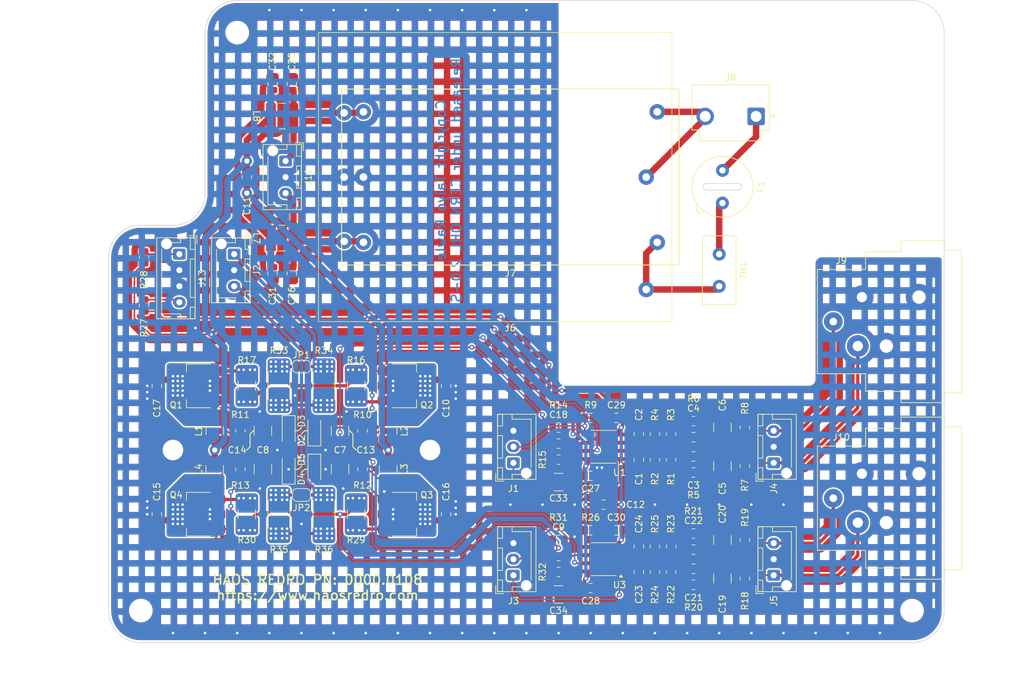
<source format=kicad_pcb>
(kicad_pcb (version 20240108) (generator "pcbnew") (generator_version "8.0")
  (layers (0 "F.Cu" signal) (31 "B.Cu" signal) (34 "B.Paste" user) (35 "F.Paste" user) (36 "B.SilkS" user "B.Silkscreen") (37 "F.SilkS" user "F.Silkscreen") (38 "B.Mask" user) (39 "F.Mask" user) (44 "Edge.Cuts" user))
  (net 0 "")
  (net 1 "Net-(U1A--)")
  (net 2 "Net-(J1-Pin_1)")
  (net 3 "Net-(U1A-+)")
  (net 4 "GND")
  (net 5 "Net-(C3-Pad1)")
  (net 6 "Net-(C4-Pad2)")
  (net 7 "Net-(J4-Pin_1)")
  (net 8 "Net-(C5-Pad2)")
  (net 9 "Net-(J4-Pin_3)")
  (net 10 "Net-(C6-Pad2)")
  (net 11 "Net-(D4-A)")
  (net 12 "Net-(D4-K)")
  (net 13 "Net-(D5-K)")
  (net 14 "Net-(J5-Pin_1)")
  (net 15 "Net-(C19-Pad2)")
  (net 16 "Net-(J5-Pin_3)")
  (net 17 "Net-(C20-Pad2)")
  (net 18 "Net-(C21-Pad1)")
  (net 19 "Net-(C22-Pad2)")
  (net 20 "Net-(U3A--)")
  (net 21 "Net-(J3-Pin_1)")
  (net 22 "Net-(U3A-+)")
  (net 23 "Net-(J11-Pin_1)")
  (net 24 "Net-(J11-Pin_3)")
  (net 25 "+12V")
  (net 26 "-12V")
  (net 27 "Net-(J8-Pin_1)")
  (net 28 "Net-(F1-Pad2)")
  (net 29 "Net-(J1-Pin_2)")
  (net 30 "Net-(J3-Pin_2)")
  (net 31 "Net-(J6-Pin_1)")
  (net 32 "Net-(J6-Pin_2)")
  (net 33 "Net-(D2-A)")
  (net 34 "Net-(D2-K)")
  (net 35 "Net-(U1B--)")
  (net 36 "Net-(D3-K)")
  (net 37 "Net-(Q1-E)")
  (net 38 "Net-(U3B--)")
  (net 39 "Net-(Q2-E)")
  (net 40 "Net-(Q3-E)")
  (net 41 "Net-(Q4-E)")
  (net 42 "/OUT2")
  (net 43 "Net-(C10-Pad1)")
  (net 44 "Net-(C15-Pad2)")
  (net 45 "Net-(C16-Pad1)")
  (net 46 "Net-(C17-Pad2)")
  (net 47 "/OUT1")
  (net 48 "Net-(J2-Pin_3)")
  (net 49 "Net-(J2-Pin_1)")
  (net 50 "Net-(R33-Pad2)")
  (net 51 "Net-(R35-Pad2)")
  (net 52 "Net-(C33-Pad1)")
  (net 53 "Net-(C34-Pad1)")
  (net 54 "Net-(J13-Pin_1)")
  (net 55 "Net-(J13-Pin_4)")
  (footprint "Resistor_SMD:R_0805_2012Metric" (layer "F.Cu") (at 170 122.5)
    (property "Reference" "R26")
    (property "Value" "5K6")
  )
  (footprint "Resistor_SMD:R_0805_2012Metric" (layer "F.Cu") (at 165 111.5 180)
    (property "Reference" "R15")
    (property "Value" "1K")
  )
  (footprint "MountingHole:MountingHole_3.2mm_M3_Pad" (layer "F.Cu") (at 145 110 180)
    (property "Reference" "H2" (hide yes))
    (property "Value" "M3")
  )
  (footprint "Capacitor_SMD:C_1210_3225Metric" (layer "F.Cu") (at 165 115)
    (property "Reference" "C33")
    (property "Value" "476")
  )
  (footprint "Package_SO:SOIC-8_3.9x4.9mm_P1.27mm" (layer "F.Cu") (at 172 127 180)
    (property "Reference" "U3")
    (property "Value" "TL072")
  )
  (footprint "Capacitor_SMD:C_0805_2012Metric" (layer "F.Cu") (at 174 105 180)
    (property "Reference" "C29")
    (property "Value" "104")
  )
  (footprint "Connector_JST:JST_XH_B3B-XH-AM_1x03_P2.50mm_Vertical" (layer "F.Cu") (at 122.525 65 -90)
    (property "Reference" "J11")
    (property "Value" "B3B-XH-A")
  )
  (footprint "Resistor_SMD:R_0805_2012Metric" (layer "F.Cu") (at 115.5 107 -90)
    (property "Reference" "R11")
    (property "Value" "6K8")
  )
  (footprint "Resistor_SMD:R_0805_2012Metric" (layer "F.Cu") (at 194 106.5 -90)
    (property "Reference" "R8")
    (property "Value" "1M")
  )
  (footprint "Capacitor_THT:C_Disc_D10.5mm_W5.0mm_P5.00mm" (layer "F.Cu") (at 190 79.5 -90)
    (property "Reference" "TH1")
    (property "Value" "22")
  )
  (footprint "HR_Parts:RECOM-RAC10" (layer "F.Cu") (at 157.5 67.5 180)
    (property "Reference" "J7")
    (property "Value" "RAC10-15DK/277")
  )
  (footprint "Capacitor_SMD:C_0805_2012Metric" (layer "F.Cu") (at 102.5 120 -90)
    (property "Reference" "C15")
    (property "Value" "106")
  )
  (footprint "Capacitor_SMD:C_0805_2012Metric" (layer "F.Cu") (at 186 125.5 180)
    (property "Reference" "C22")
    (property "Value" "151")
  )
  (footprint "Connector_JST:JST_XH_B3B-XH-AM_1x03_P2.50mm_Vertical" (layer "F.Cu") (at 198.475 112 90)
    (property "Reference" "J4")
    (property "Value" "B3B-XH-A")
  )
  (footprint "Diode_SMD:D_SOD-123" (layer "F.Cu") (at 123 112.955 90)
    (property "Reference" "D5")
    (property "Value" "4148")
  )
  (footprint "MountingHole:MountingHole_3.2mm_M3" (layer "F.Cu") (at 220 135)
    (property "Reference" "H3" (hide yes))
    (property "Value" "M3")
  )
  (footprint "MountingHole:MountingHole_3.2mm_M3" (layer "F.Cu") (at 115 45)
    (property "Reference" "H6" (hide yes))
    (property "Value" "M3")
  )
  (footprint "Capacitor_SMD:C_0805_2012Metric" (layer "F.Cu") (at 120.5 53 90)
    (property "Reference" "C32")
    (property "Value" "106")
  )
  (footprint "Resistor_SMD:R_1210_3225Metric" (layer "F.Cu") (at 116.5 100 -90)
    (property "Reference" "R17")
    (property "Value" "15")
  )
  (footprint "Capacitor_SMD:C_1210_3225Metric" (layer "F.Cu") (at 190.5 130 -90)
    (property "Reference" "C19")
    (property "Value" "225")
  )
  (footprint "Capacitor_SMD:C_0805_2012Metric" (layer "F.Cu") (at 186 128.5)
    (property "Reference" "C21")
    (property "Value" "151")
  )
  (footprint "Resistor_SMD:R_0805_2012Metric" (layer "F.Cu") (at 182.5 129 90)
    (property "Reference" "R22")
    (property "Value" "10K")
  )
  (footprint "Resistor_SMD:R_2512_6332Metric" (layer "F.Cu") (at 121.5 100 -90)
    (property "Reference" "R33")
    (property "Value" "56")
  )
  (footprint "Resistor_SMD:R_0805_2012Metric" (layer "F.Cu") (at 194 112.5 -90)
    (property "Reference" "R7")
    (property "Value" "1M")
  )
  (footprint "Resistor_SMD:R_2512_6332Metric" (layer "F.Cu") (at 128.5 100 90)
    (property "Reference" "R34")
    (property "Value" "56")
  )
  (footprint "Resistor_SMD:R_0805_2012Metric" (layer "F.Cu") (at 134.5 113 -90)
    (property "Reference" "R12")
    (property "Value" "6K8")
  )
  (footprint "MountingHole:MountingHole_3.2mm_M3_Pad" (layer "F.Cu") (at 105 110 180)
    (property "Reference" "H1" (hide yes))
    (property "Value" "M3")
  )
  (footprint "Capacitor_SMD:C_1210_3225Metric" (layer "F.Cu") (at 190.5 124 90)
    (property "Reference" "C20")
    (property "Value" "225")
  )
  (footprint "Resistor_SMD:R_0805_2012Metric" (layer "F.Cu") (at 194 130 -90)
    (property "Reference" "R18")
    (property "Value" "1M")
  )
  (footprint "Resistor_SMD:R_0805_2012Metric" (layer "F.Cu") (at 194 124 -90)
    (property "Reference" "R19")
    (property "Value" "1M")
  )
  (footprint "Connector_JST:JST_XH_B4B-XH-AM_1x04_P2.50mm_Vertical" (layer "F.Cu") (at 106 79.5 -90)
    (property "Reference" "J13")
    (property "Value" "B4B-XH-A")
  )
  (footprint "Resistor_SMD:R_0805_2012Metric" (layer "F.Cu") (at 165 106.5)
    (property "Reference" "R14")
    (property "Value" "3K3")
  )
  (footprint "Inductor_SMD:L_1210_3225Metric" (layer "F.Cu") (at 138.5 113 90)
    (property "Reference" "L3")
    (property "Value" "10.1210")
  )
  (footprint "Resistor_SMD:R_0805_2012Metric" (layer "F.Cu") (at 165 129 180)
    (property "Reference" "R32")
    (property "Value" "1K")
  )
  (footprint "Package_TO_SOT_SMD:SOT-223" (layer "F.Cu") (at 109 100 180)
    (property "Reference" "Q1")
    (property "Value" "950")
  )
  (footprint "Package_TO_SOT_SMD:SOT-223" (layer "F.Cu") (at 109 120 180)
    (property "Reference" "Q4")
    (property "Value" "950")
  )
  (footprint "Resistor_SMD:R_0805_2012Metric" (layer "F.Cu") (at 180 111.5 -90)
    (property "Reference" "R2")
    (property "Value" "10K")
  )
  (footprint "Resistor_SMD:R_0805_2012Metric" (layer "F.Cu") (at 186 131 180)
    (property "Reference" "R20")
    (property "Value" "100")
  )
  (footprint "Resistor_SMD:R_2512_6332Metric" (layer "F.Cu") (at 128.5 120 90)
    (property "Reference" "R36")
    (property "Value" "56")
  )
  (footprint "Connector_JST:JST_XH_B3B-XH-AM_1x03_P2.50mm_Vertical" (layer "F.Cu") (at 157.975 112 90)
    (property "Reference" "J1")
    (property "Value" "B3B-XH-A")
  )
  (footprint "Package_TO_SOT_SMD:SOT-223" (layer "F.Cu") (at 141 120)
    (property "Reference" "Q3")
    (property "Value" "949")
  )
  (footprint "Capacitor_SMD:C_0805_2012Metric" (layer "F.Cu") (at 102.5 100 90)
    (property "Reference" "C17")
    (property "Value" "106")
  )
  (footprint "Capacitor_SMD:C_0805_2012Metric" (layer "F.Cu") (at 165 126.5)
    (property "Reference" "C9")
    (property "Value" "221")
  )
  (footprint "Capacitor_SMD:C_0805_2012Metric" (layer "F.Cu") (at 147.5 100 -90)
    (property "Reference" "C10")
    (property "Value" "106")
  )
  (footprint "Resistor_SMD:R_1210_3225Metric" (layer "F.Cu") (at 133.5 120 90)
    (property "Reference" "R29")
    (property "Value" "15")
  )
  (footprint "Inductor_SMD:L_1210_3225Metric" (layer "F.Cu") (at 138.5 107 -90)
    (property "Reference" "L2")
    (property "Value" "10.1210")
  )
  (footprint "Resistor_SMD:R_0805_2012Metric" (layer "F.Cu") (at 182.5 111.5 90)
    (property "Reference" "R1")
    (property "Value" "10K")
  )
  (footprint "Connector_JST:JST_VH_B2P3-VH_1x02_P7.92mm_Vertical" (layer "F.Cu") (at 195.7375 58.05 180)
    (property "Reference" "J8")
    (property "Value" "B2P3 -VH")
  )
  (footprint "Connector_JST:JST_XH_B3B-XH-AM_1x03_P2.50mm_Vertical" (layer "F.Cu") (at 198.475 129.5 90)
    (property "Reference" "J5")
    (property "Value" "B3B-XH-A")
  )
  (footprint "Resistor_SMD:R_0805_2012Metric" (layer "F.Cu") (at 180 129 -90)
    (property "Reference" "R24")
    (property "Value" "10K")
  )
  (footprint "Capacitor_SMD:C_0805_2012Metric" (layer "F.Cu") (at 123.5 82.5 -90)
    (property "Reference" "C26")
    (property "Value" "104")
  )
  (footprint "HR_Parts:INDUCTOR_SMD_4x4" (layer "F.Cu") (at 122 58 180)
    (property "Reference" "L8")
    (property "Value" "10.4x4")
  )
  (footprint "Resistor_SMD:R_0805_2012Metric" (layer "F.Cu") (at 182.525 125 -90)
    (property "Reference" "R23")
    (property "Value" "10K")
  )
  (footprint "Capacitor_SMD:C_0805_2012Metric" (layer "F.Cu") (at 174 122.5 180)
    (property "Reference" "C30")
    (property "Value" "104")
  )
  (footprint "Diode_SMD:D_SOD-123" (layer "F.Cu") (at 123 107 -90)
    (property "Reference" "D3")
    (property "Value" "4148")
  )
  (footprint "Resistor_SMD:R_0805_2012Metric" (layer "F.Cu") (at 115.5 113 90)
    (property "Reference" "R13")
    (property "Value" "6K8")
  )
  (footprint "Capacitor_SMD:C_0805_2012Metric" (layer "F.Cu") (at 177.5 107.5 90)
    (property "Reference" "C2")
    (property "Value" "151")
  )
  (footprint "Resistor_SMD:R_0805_2012Metric" (layer "F.Cu") (at 170 105)
    (property "Reference" "R9")
    (property "Value" "5K6")
  )
  (footprint "Resistor_SMD:R_0805_2012Metric" (layer "F.Cu") (at 186 123 180)
    (property "Reference" "R21")
    (property "Value" "100")
  )
  (footprint "Diode_SMD:D_SOD-123" (layer "F.Cu") (at 127 107 90)
    (property "Reference" "D2")
    (property "Value" "4148")
  )
  (footprint "Resistor_SMD:R_1210_3225Metric" (layer "F.Cu") (at 133.5 100 90)
    (property "Reference" "R16")
    (property "Value" "15")
  )
  (footprint "Jumper:SolderJumper-2_P1.3mm_Open_RoundedPad1.0x1.5mm" (layer "F.Cu") (at 125 117)
    (property "Reference" "JP2")
    (property "Value" "blob")
  )
  (footprint "Resistor_SMD:R_1210_3225Metric" (layer "F.Cu") (at 116.5 120 -90)
    (property "Reference" "R30")
    (property "Value" "15")
  )
  (footprint "MountingHole:MountingHole_3.2mm_M3" (layer "F.Cu") (at 220 45)
    (property "Reference" "H4" (hide yes))
    (property "Value" "M3")
  )
  (footprint "Resistor_SMD:R_2512_6332Metric" (layer "F.Cu") (at 121.5 120 -90)
    (property "Reference" "R35")
    (property "Value" "56")
  )
  (footprint "HR_Parts:INDUCTOR_SMD_4x4" (layer "F.Cu") (at 122 77 180)
    (property "Reference" "L7")
    (property "Value" "10.4x4")
  )
  (footprint "Capacitor_SMD:C_0805_2012Metric" (layer "F.Cu") (at 172 118.5)
    (property "Reference" "C12")
    (property "Value" "104")
  )
  (footprint "Connector_JST:JST_XH_B3B-XH-AM_1x03_P2.50mm_Vertical" (layer "F.Cu") (at 114.525 79.5 -90)
    (property "Reference" "J2")
    (property "Value" "B3B-XH-A")
  )
  (footprint "Capacitor_SMD:C_0805_2012Metric" (layer "F.Cu") (at 177.5 129 -90)
    (property "Reference" "C23")
    (property "Value" "151")
  )
  (footprint "Capacitor_SMD:C_0805_2012Metric" (layer "F.Cu") (at 186 108 180)
    (property "Reference" "C4")
    (property "Value" "151")
  )
  (footprint "Package_TO_SOT_SMD:SOT-223" (layer "F.Cu") (at 141 100)
    (property "Reference" "Q2")
    (property "Value" "949")
  )
  (footprint "Diode_SMD:D_SOD-123" (layer "F.Cu") (at 127 113 -90)
    (property "Reference" "D4")
    (property "Value" "4148")
  )
  (footprint "Capacitor_SMD:C_1210_3225Metric" (layer "F.Cu") (at 119 113 -90)
    (property "Reference" "C8")
    (property "Value" "476")
  )
  (footprint "Resistor_SMD:R_0805_2012Metric" (layer "F.Cu") (at 134.5 107 90)
    (property "Reference" "R10")
    (property "Value" "6K8")
  )
  (footprint "Capacitor_SMD:C_1210_3225Metric" (layer "F.Cu") (at 119 107 90)
    (property "Reference" "C14")
    (property "Value" "476")
  )
  (footprint "Capacitor_SMD:C_0805_2012Metric" (layer "F.Cu") (at 147.5 120 90)
    (property "Reference" "C16")
    (property "Value" "106")
  )
  (footprint "Connector_JST:JST_XH_B3B-XH-AM_1x03_P2.50mm_Vertical" (layer "F.Cu") (at 157.975 129.5 90)
    (property "Reference" "J3")
    (property "Value" "B3B-XH-A")
  )
  (footprint "Capacitor_SMD:C_0805_2012Metric" (layer "F.Cu") (at 186 111)
    (property "Reference" "C3")
    (property "Value" "151")
  )
  (footprint "Package_SO:SOIC-8_3.9x4.9mm_P1.27mm" (layer "F.Cu") (at 172 109.5 180)
    (property "Reference" "U1")
    (property "Value" "TL072")
  )
  (footprint "Capacitor_SMD:C_0805_2012Metric" (layer "F.Cu") (at 170 131.5)
    (property "Reference" "C28")
    (property "Value" "104")
  )
  (footprint "Capacitor_SMD:C_0805_2012Metric" (layer "F.Cu") (at 116.5 67.5 90)
    (property "Reference" "C11")
    (property "Value" "104")
  )
  (footprint "Capacitor_SMD:C_0805_2012Metric" (layer "F.Cu") (at 165 109)
    (property "Reference" "C18")
    (property "Value" "221")
  )
  (footprint "Capacitor_SMD:C_0805_2012Metric" (layer "F.Cu") (at 123.5 53 90)
    (property "Reference" "C25")
    (property "Value" "104")
  )
  (footprint "HR_Parts:PSU_TRACO_TMT152xx" (layer "F.Cu") (at 155.14 67.5 90)
    (property "Reference" "J6")
    (property "Value" "TMT15215")
  )
  (footprint "Capacitor_SMD:C_1210_3225Metric" (layer "F.Cu") (at 131 113 90)
    (property "Reference" "C7")
    (property "Value" "476")
  )
  (footprint "Resistor_SMD:R_0805_2012Metric" (layer "F.Cu") (at 180 125 90)
    (property "Reference" "R25")
    (property "Value" "10K")
  )
  (footprint "Inductor_SMD:L_1210_3225Metric" (layer "F.Cu") (at 111.5 107 -90)
    (property "Reference" "L1")
    (property "Value" "10.1210")
  )
  (footprint "Jumper:SolderJumper-2_P1.3mm_Open_RoundedPad1.0x1.5mm" (layer "F.Cu") (at 125 97)
    (property "Reference" "JP1")
    (property "Value" "blob")
  )
  (footprint "Capacitor_SMD:C_0805_2012Metric" (layer "F.Cu") (at 177.5 111.5 -90)
    (property "Reference" "C1")
    (property "Value" "151")
  )
  (footprint "Resistor_SMD:R_0805_2012Metric" (layer "F.Cu") (at 180 107.5 90)
    (property "Reference" "R4")
    (property "Value" "10K")
  )
  (footprint "Resistor_SMD:R_0805_2012Metric" (layer "F.Cu") (at 186 105.5 180)
    (property "Reference" "R6")
    (property "Value" "100")
  )
  (footprint "Resistor_SMD:R_0805_2012Metric" (layer "F.Cu") (at 100.5 87.5 90)
    (property "Reference" "R27")
    (property "Value" "2K2")
  )
  (footprint "Resistor_SMD:R_0805_2012Metric" (layer "F.Cu") (at 165 124)
    (property "Reference" "R31")
    (property "Value" "3K3")
  )
  (footprint "MountingHole:MountingHole_3.2mm_M3" (layer "F.Cu") (at 172.5 95)
    (property "Reference" "H7" (hide yes))
    (property "Value" "M3")
  )
  (footprint "Capacitor_SMD:C_1210_3225Metric" (layer "F.Cu") (at 131 107 -90)
    (property "Reference" "C13")
    (property "Value" "476")
  )
  (footprint "Capacitor_SMD:C_1210_3225Metric" (layer "F.Cu") (at 190.5 106.5 90)
    (property "Reference" "C6")
    (property "Value" "225")
  )
  (footprint "Fuse:Fuseholder_TR5_Littelfuse_No560_No460" (layer "F.Cu") (at 190.51 66.46 -90)
    (property "Reference" "F1")
    (property "Value" "1AT")
  )
  (footprint "Connector_Audio:Jack_XLR_Neutrik_NC3FAAH_Horizontal" (layer "F.Cu") (at 212.2 113.69)
    (property "Reference" "J10")
    (property "Value" "NC3FAAH")
  )
  (footprint "Resistor_SMD:R_0805_2012Metric" (layer "F.Cu") (at 186 113.5 180)
    (property "Reference" "R5")
    (property "Value" "100")
  )
  (footprint "Capacitor_SMD:C_0805_2012Metric" (layer "F.Cu") (at 170 114)
    (property "Reference" "C27")
    (property "Value" "104")
  )
  (footprint "Inductor_SMD:L_1210_3225Metric" (layer "F.Cu") (at 111.5 113 90)
    (property "Reference" "L4")
    (property "Value" "10.1210")
  )
  (footprint "Capacitor_SMD:C_0805_2012Metric" (layer "F.Cu") (at 177.5 125 90)
    (property "Reference" "C24")
    (property "Value" "151")
  )
  (footprint "Resistor_SMD:R_0805_2012Metric" (layer "F.Cu") (at 182.5 107.5 -90)
    (property "Reference" "R3")
    (property "Value" "10K")
  )
  (footprint "Capacitor_SMD:C_1210_3225Metric" (layer "F.Cu") (at 165 132.5)
    (property "Reference" "C34")
    (property "Value" "476")
  )
  (footprint "Capacitor_SMD:C_1210_3225Metric" (layer "F.Cu") (at 190.5 112.5 -90)
    (property "Reference" "C5")
    (property "Value" "225")
  )
  (footprint "Resistor_SMD:R_0805_2012Metric" (layer "F.Cu") (at 100.5 80 -90)
    (property "Reference" "R28")
    (property "Value" "2K2")
  )
  (footprint "Connector_Audio:Jack_XLR_Neutrik_NC3FAAH_Horizontal" (layer "F.Cu") (at 212.2 86.19)
    (property "Reference" "J9")
    (property "Value" "NC3FAAH")
  )
  (footprint "MountingHole:MountingHole_3.2mm_M3" (layer "F.Cu") (at 205 51.5)
    (property "Reference" "H8" (hide yes))
    (property "Value" "M3")
  )
  (footprint "MountingHole:MountingHole_3.2mm_M3" (layer "F.Cu") (at 100 135)
    (property "Reference" "H5" (hide yes))
    (property "Value" "M3")
  )
  (footprint "Capacitor_SMD:C_0805_2012Metric" (layer "F.Cu") (at 120.5 82.5 -90)
    (property "Reference" "C31")
    (property "Value" "106")
  )
  (gr_line (start 125.5 113) (end 126 113) (stroke (width 0.15)) (layer "F.SilkS"))
  (gr_line (start 125 112.5) (end 124.5 113) (stroke (width 0.15)) (layer "F.SilkS"))
  (gr_line (start 125 107.5) (end 125.5 107) (stroke (width 0.15)) (layer "F.SilkS"))
  (gr_line (start 125 113.5) (end 125.5 113) (stroke (width 0.15)) (layer "F.SilkS"))
  (gr_line (start 132.5 107) (end 133 107.5) (stroke (width 0.15)) (layer "F.SilkS"))
  (gr_line (start 132.36 107) (end 132.5 107) (stroke (width 0.15)) (layer "F.SilkS"))
  (gr_line (start 117.64 107) (end 117.5 107) (stroke (width 0.15)) (layer "F.SilkS"))
  (gr_line (start 124.5 113) (end 124 113) (stroke (width 0.15)) (layer "F.SilkS"))
  (gr_line (start 133 107.5) (end 133 109.5) (stroke (width 0.15)) (layer "F.SilkS"))
  (gr_line (start 125 106.5) (end 124.5 107) (stroke (width 0.15)) (layer "F.SilkS"))
  (gr_line (start 133 109.5) (end 133.5 110) (stroke (width 0.15)) (layer "F.SilkS"))
  (gr_line (start 125.5 107) (end 126 107) (stroke (width 0.15)) (layer "F.SilkS"))
  (gr_line (start 117 109.5) (end 116.5 110) (stroke (width 0.15)) (layer "F.SilkS"))
  (gr_line (start 117.5 107) (end 117 107.5) (stroke (width 0.15)) (layer "F.SilkS"))
  (gr_line (start 124.5 107) (end 124 107) (stroke (width 0.15)) (layer "F.SilkS"))
  (gr_line (start 117 109.5) (end 117 107.5) (stroke (width 0.15)) (layer "F.SilkS"))
  (gr_arc (start 95 80) (mid 96.464466 76.464466) (end 100 75) (stroke (width 0.1)) (layer "Edge.Cuts"))
  (gr_arc (start 220 40) (mid 223.535534 41.464466) (end 225 45) (stroke (width 0.1)) (layer "Edge.Cuts"))
  (gr_arc (start 225 135) (mid 223.535534 138.535534) (end 220 140) (stroke (width 0.1)) (layer "Edge.Cuts"))
  (gr_arc (start 110 45) (mid 111.464466 41.464466) (end 115 40) (stroke (width 0.1)) (layer "Edge.Cuts"))
  (gr_line (start 225 45) (end 225 135) (stroke (width 0.1)) (layer "Edge.Cuts"))
  (gr_arc (start 188 69.5) (mid 187.5 69) (end 188 68.5) (stroke (width 0.1)) (layer "Edge.Cuts"))
  (gr_line (start 100 140) (end 220 140) (stroke (width 0.1)) (layer "Edge.Cuts"))
  (gr_arc (start 110 70) (mid 108.535534 73.535534) (end 105 75) (stroke (width 0.1)) (layer "Edge.Cuts"))
  (gr_arc (start 100 140) (mid 96.464466 138.535534) (end 95 135) (stroke (width 0.1)) (layer "Edge.Cuts"))
  (gr_arc (start 193 68.5) (mid 193.5 69) (end 193 69.5) (stroke (width 0.1)) (layer "Edge.Cuts"))
  (gr_line (start 100 75) (end 105 75) (stroke (width 0.1)) (layer "Edge.Cuts"))
  (gr_line (start 115 40) (end 220 40) (stroke (width 0.1)) (layer "Edge.Cuts"))
  (gr_line (start 188 68.5) (end 193 68.5) (stroke (width 0.1)) (layer "Edge.Cuts"))
  (gr_line (start 95 135) (end 95 80) (stroke (width 0.1)) (layer "Edge.Cuts"))
  (gr_line (start 110 45) (end 110 70) (stroke (width 0.1)) (layer "Edge.Cuts"))
  (gr_line (start 188 69.5) (end 193 69.5) (stroke (width 0.1)) (layer "Edge.Cuts"))
  (gr_text "Copyright Taiyo Rawle\nReleased under CERN OHL 2.0-S" (at 150 68 90) (layer "B.Cu") (effects (font (size 1.5 1.5) (thickness 0.25) (bold yes)) (justify bottom mirror)))
  (gr_text "HAOS REDRO PN: 0000.0108\nhttps://www.haosredro.com" (at 127.5 133.5 0) (layer "F.SilkS") (effects (font (size 1.5 1.5) (thickness 0.25) (bold yes)) (justify bottom)))
  (segment (start 177.085 110.135) (end 177.5 110.55) (width 0.25) (layer "F.Cu") (net 1))
  (segment (start 180 110.5875) (end 182.5 110.5875) (width 0.25) (layer "F.Cu") (net 1))
  (segment (start 177.5 110.55) (end 177.5375 110.5875) (width 0.25) (layer "F.Cu") (net 1))
  (segment (start 177.5375 110.5875) (end 180 110.5875) (width 0.25) (layer "F.Cu") (net 1))
  (segment (start 174.475 110.135) (end 177.085 110.135) (width 0.25) (layer "F.Cu") (net 1))
  (segment (start 176.455 111.405) (end 177.5 112.45) (width 0.25) (layer "F.Cu") (net 2))
  (segment (start 179.9625 112.45) (end 180 112.4125) (width 0.25) (layer "F.Cu") (net 2))
  (segment (start 157.975 112) (end 157.975 114.475) (width 0.25) (layer "F.Cu") (net 2))
  (segment (start 161 117.5) (end 168.25 117.5) (width 0.25) (layer "F.Cu") (net 2))
  (segment (start 169.25 116.5) (end 173 116.5) (width 0.25) (layer "F.Cu") (net 2))
  (segment (start 177.5 112.45) (end 179.9625 112.45) (width 0.25) (layer "F.Cu") (net 2))
  (segment (start 173 116.5) (end 174.475 115.025) (width 0.25) (layer "F.Cu") (net 2))
  (segment (start 157.975 114.475) (end 161 117.5) (width 0.25) (layer "F.Cu") (net 2))
  (segment (start 174.475 111.405) (end 176.455 111.405) (width 0.25) (layer "F.Cu") (net 2))
  (segment (start 168.25 117.5) (end 169.25 116.5) (width 0.25) (layer "F.Cu") (net 2))
  (segment (start 174.475 111.405) (end 174.475 115) (width 0.25) (layer "F.Cu") (net 2))
  (segment (start 179.9625 108.45) (end 180 108.4125) (width 0.25) (layer "F.Cu") (net 3))
  (segment (start 180 108.4125) (end 182.5 108.4125) (width 0.25) (layer "F.Cu") (net 3))
  (segment (start 177.5 108.45) (end 179.9625 108.45) (width 0.25) (layer "F.Cu") (net 3))
  (segment (start 174.475 108.865) (end 177.085 108.865) (width 0.25) (layer "F.Cu") (net 3))
  (segment (start 177.085 108.865) (end 177.5 108.45) (width 0.25) (layer "F.Cu") (net 3))
  (via (at 167.5 123.5) (size 0.8) (drill 0.4) (layers "F.Cu" "B.Cu") (net 4))
  (via (at 124 101.5) (size 0.8) (drill 0.4) (layers "F.Cu" "B.Cu") (net 4))
  (via (at 195 138.5) (size 0.8) (drill 0.4) (layers "F.Cu" "B.Cu") (net 4))
  (via (at 171.75 112.75) (size 0.8) (drill 0.4) (layers "F.Cu" "B.Cu") (net 4))
  (via (at 162.5 118.5) (size 0.8) (drill 0.4) (layers "F.Cu" "B.Cu") (net 4))
  (via (at 155 41.5) (size 0.8) (drill 0.4) (layers "F.Cu" "B.Cu") (net 4))
  (via (at 118.5 116) (size 0.8) (drill 0.4) (layers "F.Cu" "B.Cu") (net 4))
  (via (at 200 138.5) (size 0.8) (drill 0.4) (layers "F.Cu" "B.Cu") (net 4))
  (via (at 185 138.5) (size 0.8) (drill 0.4) (layers "F.Cu" "B.Cu") (net 4))
  (via (at 101 100) (size 0.8) (drill 0.4) (layers "F.Cu" "B.Cu") (net 4))
  (via (at 215 138.5) (size 0.8) (drill 0.4) (layers "F.Cu" "B.Cu") (net 4))
  (via (at 123 113) (size 0.8) (drill 0.4) (layers "F.Cu" "B.Cu") (net 4))
  (via (at 155 138.5) (size 0.8) (drill 0.4) (layers "F.Cu" "B.Cu") (net 4))
  (via (at 160 41.5) (size 0.8) (drill 0.4) (layers "F.Cu" "B.Cu") (net 4))
  (via (at 125 41.5) (size 0.8) (drill 0.4) (layers "F.Cu" "B.Cu") (net 4))
  (via (at 101 102) (size 0.8) (drill 0.4) (layers "F.Cu" "B.Cu") (net 4))
  (via (at 205 138.5) (size 0.8) (drill 0.4) (layers "F.Cu" "B.Cu") (net 4))
  (via (at 125 138.5) (size 0.8) (drill 0.4) (layers "F.Cu" "B.Cu") (net 4))
  (via (at 145 138.5) (size 0.8) (drill 0.4) (layers "F.Cu" "B.Cu") (net 4))
  (via (at 175 138.5) (size 0.8) (drill 0.4) (layers "F.Cu" "B.Cu") (net 4))
  (via (at 149 120) (size 0.8) (drill 0.4) (layers "F.Cu" "B.Cu") (net 4))
  (via (at 149 100) (size 0.8) (drill 0.4) (layers "F.Cu" "B.Cu") (net 4))
  (via (at 101 119) (size 0.8) (drill 0.4) (layers "F.Cu" "B.Cu") (net 4))
  (via (at 110 138.5) (size 0.8) (drill 0.4) (layers "F.Cu" "B.Cu") (net 4))
  (via (at 190 118.5) (size 0.8) (drill 0.4) (layers "F.Cu" "B.Cu") (net 4))
  (via (at 120 138.5) (size 0.8) (drill 0.4) (layers "F.Cu" "B.Cu") (net 4))
  (via (at 167.5 118.5) (size 0.8) (drill 0.4) (layers "F.Cu" "B.Cu") (net 4))
  (via (at 128.75 113) (size 0.8) (drill 0.4) (layers "F.Cu" "B.Cu") (net 4))
  (via (at 101 101) (size 0.8) (drill 0.4) (layers "F.Cu" "B.Cu") (net 4))
  (via (at 115 138.5) (size 0.8) (drill 0.4) (layers "F.Cu" "B.Cu") (net 4))
  (via (at 101 120) (size 0.8) (drill 0.4) (layers "F.Cu" "B.Cu") (net 4))
  (via (at 135 41.5) (size 0.8) (drill 0.4) (layers "F.Cu" "B.Cu") (net 4))
  (via (at 150 41.5) (size 0.8) (drill 0.4) (layers "F.Cu" "B.Cu") (net 4))
  (via (at 149 102) (size 0.8) (drill 0.4) (layers "F.Cu" "B.Cu") (net 4))
  (via (at 128.75 110) (size 0.8) (drill 0.4) (layers "F.Cu" "B.Cu") (net 4))
  (via (at 160 138.5) (size 0.8) (drill 0.4) (layers "F.Cu" "B.Cu") (net 4))
  (via (at 132 104) (size 0.8) (drill 0.4) (layers "F.Cu" "B.Cu") (net 4))
  (via (at 125 121.5) (size 0.8) (drill 0.4) (layers "F.Cu" "B.Cu") (net 4))
  (via (at 149 119) (size 0.8) (drill 0.4) (layers "F.Cu" "B.Cu") (net 4))
  (via (at 157.5 118.5) (size 0.8) (drill 0.4) (layers "F.Cu" "B.Cu") (net 4))
  (via (at 130 41.5) (size 0.8) (drill 0.4) (layers "F.Cu" "B.Cu") (net 4))
  (via (at 131.5 116) (size 0.8) (drill 0.4) (layers "F.Cu" "B.Cu") (net 4))
  (via (at 108.5 91) (size 0.8) (drill 0.4) (layers "F.Cu" "B.Cu") (net 4))
  (via (at 140 41.5) (size 0.8) (drill 0.4) (layers "F.Cu" "B.Cu") (net 4))
  (via (at 180 138.5) (size 0.8) (drill 0.4) (layers "F.Cu" "B.Cu") (net 4))
  (via (at 120 41.5) (size 0.8) (drill 0.4) (layers "F.Cu" "B.Cu") (net 4))
  (via (at 185 118.5) (size 0.8) (drill 0.4) (layers "F.Cu" "B.Cu") (net 4))
  (via (at 190 138.5) (size 0.8) (drill 0.4) (layers "F.Cu" "B.Cu") (net 4))
  (via (at 180 118.5) (size 0.8) (drill 0.4) (layers "F.Cu" "B.Cu") (net 4))
  (via (at 170 138.5) (size 0.8) (drill 0.4) (layers "F.Cu" "B.Cu") (net 4))
  (via (at 149 118) (size 0.8) (drill 0.4) (layers "F.Cu" "B.Cu") (net 4))
  (via (at 130 138.5) (size 0.8) (drill 0.4) (layers "F.Cu" "B.Cu") (net 4))
  (via (at 149 101) (size 0.8) (drill 0.4) (layers "F.Cu" "B.Cu") (net 4))
  (via (at 101 118) (size 0.8) (drill 0.4) (layers "F.Cu" "B.Cu") (net 4))
  (via (at 210 138.5) (size 0.8) (drill 0.4) (layers "F.Cu" "B.Cu") (net 4))
  (via (at 145 41.5) (size 0.8) (drill 0.4) (layers "F.Cu" "B.Cu") (net 4))
  (via (at 150 138.5) (size 0.8) (drill 0.4) (layers "F.Cu" "B.Cu") (net 4))
  (via (at 200 118.5) (size 0.8) (drill 0.4) (layers "F.Cu" "B.Cu") (net 4))
  (via (at 135 138.5) (size 0.8) (drill 0.4) (layers "F.Cu" "B.Cu") (net 4))
  (via (at 121.25 110) (size 0.8) (drill 0.4) (layers "F.Cu" "B.Cu") (net 4))
  (via (at 105 138.5) (size 0.8) (drill 0.4) (layers "F.Cu" "B.Cu") (net 4))
  (via (at 140 138.5) (size 0.8) (drill 0.4) (layers "F.Cu" "B.Cu") (net 4))
  (via (at 195 118.5) (size 0.8) (drill 0.4) (layers "F.Cu" "B.Cu") (net 4))
  (via (at 165 138.5) (size 0.8) (drill 0.4) (layers "F.Cu" "B.Cu") (net 4))
  (via (at 118.5 104) (size 0.8) (drill 0.4) (layers "F.Cu" "B.Cu") (net 4))
  (via (at 171 112.75) (size 0.8) (drill 0.4) (layers "F.Cu" "B.Cu") (net 4))
  (segment (start 183.5875 113.5) (end 185.0875 113.5) (width 0.25) (layer "F.Cu") (net 5))
  (segment (start 185.0875 113.5) (end 185.0875 111.0375) (width 0.25) (layer "F.Cu") (net 5))
  (segment (start 182.5 112.4125) (end 183.5875 113.5) (width 0.25) (layer "F.Cu") (net 5))
  (segment (start 185.0875 111.0375) (end 185.05 111) (width 0.25) (layer "F.Cu") (net 5))
  (segment (start 183.5875 105.5) (end 182.5 106.5875) (width 0.25) (layer "F.Cu") (net 6))
  (segment (start 185.0875 105.5) (end 183.5875 105.5) (width 0.25) (layer "F.Cu") (net 6))
  (segment (start 185.0875 105.5) (end 185.0875 107.9625) (width 0.25) (layer "F.Cu") (net 6))
  (segment (start 185.0875 107.9625) (end 185.05 108) (width 0.25) (layer "F.Cu") (net 6))
  (segment (start 196.75 112) (end 198.475 112) (width 0.25) (layer "F.Cu") (net 7))
  (segment (start 196.3375 111.5875) (end 196.75 112) (width 0.25) (layer "F.Cu") (net 7))
  (segment (start 192.8375 111.5875) (end 194 111.5875) (width 0.25) (layer "F.Cu") (net 7))
  (segment (start 211.555 103.425) (end 211.565 103.415) (width 0.5) (layer "F.Cu") (net 7))
  (segment (start 203 112) (end 211.565 103.435) (width 0.5) (layer "F.Cu") (net 7))
  (segment (start 211.565 103.435) (end 211.555 103.425) (width 0.5) (layer "F.Cu") (net 7))
  (segment (start 211.565 103.415) (end 211.565 93.81) (width 0.5) (layer "F.Cu") (net 7))
  (segment (start 192.275 111.025) (end 192.8375 111.5875) (width 0.25) (layer "F.Cu") (net 7))
  (segment (start 190.5 111.025) (end 192.275 111.025) (width 0.25) (layer "F.Cu") (net 7))
  (segment (start 194 111.5875) (end 196.3375 111.5875) (width 0.25) (layer "F.Cu") (net 7))
  (segment (start 198.475 112) (end 203 112) (width 0.5) (layer "F.Cu") (net 7))
  (segment (start 190.5 113.975) (end 188.725 113.975) (width 0.25) (layer "F.Cu") (net 8))
  (segment (start 188.25 113.5) (end 186.9125 113.5) (width 0.25) (layer "F.Cu") (net 8))
  (segment (start 188.725 113.975) (end 188.25 113.5) (width 0.25) (layer "F.Cu") (net 8))
  (segment (start 198.475 107) (end 202.5 107) (width 0.5) (layer "F.Cu") (net 9))
  (segment (start 192.8375 107.4125) (end 194 107.4125) (width 0.25) (layer "F.Cu") (net 9))
  (segment (start 190.5 107.975) (end 192.275 107.975) (width 0.25) (layer "F.Cu") (net 9))
  (segment (start 207.75 101.75) (end 207.75 90) (width 0.5) (layer "F.Cu") (net 9))
  (segment (start 207.75 89.51) (end 207.74 89.5) (width 0.5) (layer "F.Cu") (net 9))
  (segment (start 196.5 107) (end 196.0875 107.4125) (width 0.25) (layer "F.Cu") (net 9))
  (segment (start 198.475 107) (end 196.5 107) (width 0.25) (layer "F.Cu") (net 9))
  (segment (start 202.5 107) (end 207.75 101.75) (width 0.5) (layer "F.Cu") (net 9))
  (segment (start 192.275 107.975) (end 192.8375 107.4125) (width 0.25) (layer "F.Cu") (net 9))
  (segment (start 196.0875 107.4125) (end 194 107.4125) (width 0.25) (layer "F.Cu") (net 9))
  (segment (start 188.25 105.5) (end 186.9125 105.5) (width 0.25) (layer "F.Cu") (net 10))
  (segment (start 188.725 105.025) (end 188.25 105.5) (width 0.25) (layer "F.Cu") (net 10))
  (segment (start 190.5 105.025) (end 188.725 105.025) (width 0.25) (layer "F.Cu") (net 10))
  (segment (start 134.5 114.75) (end 137.45 117.7) (width 0.25) (layer "F.Cu") (net 11))
  (segment (start 134.5 113.9125) (end 131.5625 113.9125) (width 0.25) (layer "F.Cu") (net 11))
  (segment (start 137.45 117.7) (end 137.85 117.7) (width 0.25) (layer "F.Cu") (net 11))
  (segment (start 127.175 114.475) (end 127 114.65) (width 0.25) (layer "F.Cu") (net 11))
  (segment (start 131.5625 113.9125) (end 131 114.475) (width 0.25) (layer "F.Cu") (net 11))
  (segment (start 131 114.475) (end 127.175 114.475) (width 0.25) (layer "F.Cu") (net 11))
  (segment (start 134.5 113.9125) (end 134.5 114.75) (width 0.25) (layer "F.Cu") (net 11))
  (segment (start 123 111.305) (end 122.945 111.305) (width 0.25) (layer "F.Cu") (net 12))
  (segment (start 135.25 111) (end 136.125 111.875) (width 0.25) (layer "F.Cu") (net 12))
  (segment (start 122.945 111.305) (end 122.725 111.525) (width 0.25) (layer "F.Cu") (net 12))
  (segment (start 127.175 111.525) (end 127 111.35) (width 0.25) (layer "F.Cu") (net 12))
  (segment (start 169.525 127.635) (end 167.635 127.635) (width 0.25) (layer "F.Cu") (net 12))
  (segment (start 131 111.525) (end 132.975 111.525) (width 0.25) (layer "F.Cu") (net 12))
  (segment (start 127 111.35) (end 123.045 111.35) (width 0.25) (layer "F.Cu") (net 12))
  (segment (start 132.975 111.525) (end 133.5 111) (width 0.25) (layer "F.Cu") (net 12))
  (segment (start 133.5 111) (end 135.25 111) (width 0.25) (layer "F.Cu") (net 12))
  (segment (start 122.725 111.525) (end 119 111.525) (width 0.25) (layer "F.Cu") (net 12))
  (segment (start 167.635 127.635) (end 167.5 127.5) (width 0.25) (layer "F.Cu") (net 12))
  (segment (start 131 111.525) (end 127.175 111.525) (width 0.25) (layer "F.Cu") (net 12))
  (segment (start 123.045 111.35) (end 123 111.305) (width 0.25) (layer "F.Cu") (net 12))
  (via (at 167.5 127.5) (size 0.8) (drill 0.4) (layers "F.Cu" "B.Cu") (net 12))
  (via (at 136.125 111.875) (size 0.8) (drill 0.4) (layers "F.Cu" "B.Cu") (net 12))
  (segment (start 136 124.5) (end 136 112) (width 0.25) (layer "B.Cu") (net 12))
  (segment (start 137 125.5) (end 136 124.5) (width 0.25) (layer "B.Cu") (net 12))
  (segment (start 154 120) (end 148.5 125.5) (width 0.25) (layer "B.Cu") (net 12))
  (segment (start 167.5 127.5) (end 167.5 124.75) (width 0.25) (layer "B.Cu") (net 12))
  (segment (start 162.75 120) (end 154 120) (width 0.25) (layer "B.Cu") (net 12))
  (segment (start 148.5 125.5) (end 137 125.5) (width 0.25) (layer "B.Cu") (net 12))
  (segment (start 136 112) (end 136.125 111.875) (width 0.25) (layer "B.Cu") (net 12))
  (segment (start 167.5 124.75) (end 162.75 120) (width 0.25) (layer "B.Cu") (net 12))
  (segment (start 119.13 114.605) (end 119 114.475) (width 0.25) (layer "F.Cu") (net 13))
  (segment (start 118.4375 113.9125) (end 119 114.475) (width 0.25) (layer "F.Cu") (net 13))
  (segment (start 115.5 113.9125) (end 115.5 115) (width 0.25) (layer "F.Cu") (net 13))
  (segment (start 123 114.605) (end 119.13 114.605) (width 0.25) (layer "F.Cu") (net 13))
  (segment (start 113.7 122.3) (end 114 122) (width 0.25) (layer "F.Cu") (net 13))
  (segment (start 115.5 113.9125) (end 118.4375 113.9125) (width 0.25) (layer "F.Cu") (net 13))
  (segment (start 114 122) (end 114 118.75) (width 0.25) (layer "F.Cu") (net 13))
  (segment (start 115.5 115) (end 114 116.5) (width 0.25) (layer "F.Cu") (net 13))
  (segment (start 112.15 122.3) (end 113.7 122.3) (width 0.25) (layer "F.Cu") (net 13))
  (via (at 114 118.75) (size 0.8) (drill 0.4) (layers "F.Cu" "B.Cu") (net 13))
  (via (at 114 116.5) (size 0.8) (drill 0.4) (layers "F.Cu" "B.Cu") (net 13))
  (segment (start 114 116.5) (end 114 118.75) (width 0.25) (layer "B.Cu") (net 13))
  (segment (start 211.565 126.435) (end 211.565 121.31) (width 0.5) (layer "F.Cu") (net 14))
  (segment (start 198.475 129.5) (end 208.5 129.5) (width 0.5) (layer "F.Cu") (net 14))
  (segment (start 194 129.0875) (end 195.5875 129.0875) (width 0.25) (layer "F.Cu") (net 14))
  (segment (start 196 129.5) (end 198.475 129.5) (width 0.25) (layer "F.Cu") (net 14))
  (segment (start 190.5 128.525) (end 192.025 128.525) (width 0.25) (layer "F.Cu") (net 14))
  (segment (start 192.5 129) (end 193.9125 129) (width 0.25) (layer "F.Cu") (net 14))
  (segment (start 195.5875 129.0875) (end 196 129.5) (width 0.25) (layer "F.Cu") (net 14))
  (segment (start 192.025 128.525) (end 192.5 129) (width 0.25) (layer "F.Cu") (net 14))
  (segment (start 208.5 129.5) (end 211.565 126.435) (width 0.5) (layer "F.Cu") (net 14))
  (segment (start 193.9125 129) (end 194 129.0875) (width 0.25) (layer "F.Cu") (net 14))
  (segment (start 186.9125 131) (end 188 131) (width 0.25) (layer "F.Cu") (net 15))
  (segment (start 188.5 131.5) (end 188.525 131.475) (width 0.25) (layer "F.Cu") (net 15))
  (segment (start 188 131) (end 188.5 131.5) (width 0.25) (layer "F.Cu") (net 15))
  (segment (start 188.525 131.475) (end 190.5 131.475) (width 0.25) (layer "F.Cu") (net 15))
  (segment (start 205.5 124.5) (end 207.75 122.25) (width 0.5) (layer "F.Cu") (net 16))
  (segment (start 190.5 125.475) (end 192.025 125.475) (width 0.25) (layer "F.Cu") (net 16))
  (segment (start 198.475 124.5) (end 205.5 124.5) (width 0.5) (layer "F.Cu") (net 16))
  (segment (start 196 124.5) (end 198.475 124.5) (width 0.25) (layer "F.Cu") (net 16))
  (segment (start 195.5875 124.9125) (end 196 124.5) (width 0.25) (layer "F.Cu") (net 16))
  (segment (start 194 124.9125) (end 195.5875 124.9125) (width 0.25) (layer "F.Cu") (net 16))
  (segment (start 192.5875 124.9125) (end 194 124.9125) (width 0.25) (layer "F.Cu") (net 16))
  (segment (start 207.75 122.25) (end 207.75 117.5) (width 0.5) (layer "F.Cu") (net 16))
  (segment (start 192.025 125.475) (end 192.5875 124.9125) (width 0.25) (layer "F.Cu") (net 16))
  (segment (start 188.475 122.525) (end 188 123) (width 0.25) (layer "F.Cu") (net 17))
  (segment (start 190.5 122.525) (end 188.475 122.525) (width 0.25) (layer "F.Cu") (net 17))
  (segment (start 188 123) (end 186.9125 123) (width 0.25) (layer "F.Cu") (net 17))
  (segment (start 185.05 128.5) (end 185.05 130.9625) (width 0.25) (layer "F.Cu") (net 18))
  (segment (start 183.5875 131) (end 182.5 129.9125) (width 0.25) (layer "F.Cu") (net 18))
  (segment (start 185.05 130.9625) (end 185.0875 131) (width 0.25) (layer "F.Cu") (net 18))
  (segment (start 185.0875 131) (end 183.5875 131) (width 0.25) (layer "F.Cu") (net 18))
  (segment (start 183.6125 123) (end 182.525 124.0875) (width 0.25) (layer "F.Cu") (net 19))
  (segment (start 185.0875 123) (end 183.6125 123) (width 0.25) (layer "F.Cu") (net 19))
  (segment (start 185.05 125.5) (end 185.05 123.0375) (width 0.25) (layer "F.Cu") (net 19))
  (segment (start 185.05 123.0375) (end 185.0875 123) (width 0.25) (layer "F.Cu") (net 19))
  (segment (start 180 128.0875) (end 182.5 128.0875) (width 0.25) (layer "F.Cu") (net 20))
  (segment (start 177.5 128.05) (end 179.9625 128.05) (width 0.25) (layer "F.Cu") (net 20))
  (segment (start 179.9625 128.05) (end 180 128.0875) (width 0.25) (layer "F.Cu") (net 20))
  (segment (start 177.085 127.635) (end 177.5 128.05) (width 0.25) (layer "F.Cu") (net 20))
  (segment (start 174.475 127.635) (end 177.085 127.635) (width 0.25) (layer "F.Cu") (net 20))
  (segment (start 176.455 128.905) (end 177.5 129.95) (width 0.25) (layer "F.Cu") (net 21))
  (segment (start 179.9625 129.95) (end 180 129.9125) (width 0.25) (layer "F.Cu") (net 21))
  (segment (start 174.475 128.905) (end 174.475 132.525) (width 0.25) (layer "F.Cu") (net 21))
  (segment (start 174.475 128.905) (end 176.455 128.905) (width 0.25) (layer "F.Cu") (net 21))
  (segment (start 177.5 129.95) (end 179.9625 129.95) (width 0.25) (layer "F.Cu") (net 21))
  (via (at 174.475 132.525) (size 0.8) (drill 0.4) (layers "F.Cu" "B.Cu") (net 21))
  (segment (start 173.75 133.25) (end 174.475 132.525) (width 0.25) (layer "B.Cu") (net 21))
  (segment (start 159 133.25) (end 173.75 133.25) (width 0.25) (layer "B.Cu") (net 21))
  (segment (start 157.975 132.225) (end 159 133.25) (width 0.25) (layer "B.Cu") (net 21))
  (segment (start 157.975 129.5) (end 157.975 132.225) (width 0.25) (layer "B.Cu") (net 21))
  (segment (start 177.5375 125.9125) (end 180 125.9125) (width 0.25) (layer "F.Cu") (net 22))
  (segment (start 180 125.9125) (end 182.525 125.9125) (width 0.25) (layer "F.Cu") (net 22))
  (segment (start 177.085 126.365) (end 177.5 125.95) (width 0.25) (layer "F.Cu") (net 22))
  (segment (start 177.5 125.95) (end 177.5375 125.9125) (width 0.25) (layer "F.Cu") (net 22))
  (segment (start 174.475 126.365) (end 177.085 126.365) (width 0.25) (layer "F.Cu") (net 22))
  (segment (start 123.75 54.2) (end 123.5 53.95) (width 1) (layer "F.Cu") (net 23))
  (segment (start 123.75 63.775) (end 122.525 65) (width 1) (layer "F.Cu") (net 23))
  (segment (start 124.25 57.5) (end 123.75 58) (width 1) (layer "F.Cu") (net 23))
  (segment (start 134.48 57.5) (end 134.64 57.34) (width 1) (layer "F.Cu") (net 23))
  (segment (start 123.75 58) (end 123.75 63.775) (width 1) (layer "F.Cu") (net 23))
  (segment (start 131.64 57.5) (end 124.25 57.5) (width 1) (layer "F.Cu") (net 23))
  (segment (start 131.64 57.5) (end 134.48 57.5) (width 1) (layer "F.Cu") (net 23))
  (segment (start 123.75 58) (end 123.75 54.2) (width 1) (layer "F.Cu") (net 23))
  (segment (start 134.48 77.5) (end 134.64 77.66) (width 1) (layer "F.Cu") (net 24))
  (segment (start 131.64 77.5) (end 134.48 77.5) (width 1) (layer "F.Cu") (net 24))
  (segment (start 123.75 81.3) (end 123.5 81.55) (width 1) (layer "F.Cu") (net 24))
  (segment (start 124.25 77.5) (end 123.75 77) (width 1) (layer "F.Cu") (net 24))
  (segment (start 123.75 77) (end 123.75 71.225) (width 1) (layer "F.Cu") (net 24))
  (segment (start 123.75 77) (end 123.75 81.3) (width 1) (layer "F.Cu") (net 24))
  (segment (start 131.64 77.5) (end 124.25 77.5) (width 1) (layer "F.Cu") (net 24))
  (segment (start 123.75 71.225) (end 122.525 70) (width 1) (layer "F.Cu") (net 24))
  (segment (start 116.5 73.25) (end 120.25 77) (width 1) (layer "F.Cu") (net 25))
  (segment (start 102.4125 88.4125) (end 100.5 88.4125) (width 0.25) (layer "F.Cu") (net 25))
  (segment (start 167.25 107.5) (end 167.25 105.5) (width 0.5) (layer "F.Cu") (net 25))
  (segment (start 169.525 129.725) (end 169.25 130) (width 0.5) (layer "F.Cu") (net 25))
  (segment (start 135.5 89) (end 135 89.5) (width 0.25) (layer "F.Cu") (net 25))
  (segment (start 120.25 77) (end 120.25 81.3) (width 1) (layer "F.Cu") (net 25))
  (segment (start 156 89.25) (end 135.75 89.25) (width 0.5) (layer "F.Cu") (net 25))
  (segment (start 169.05 112.7) (end 169.25 112.5) (width 0.5) (layer "F.Cu") (net 25))
  (segment (start 166.25 104.5) (end 163.5 101.75) (width 0.5) (layer "F.Cu") (net 25))
  (segment (start 135 89.5) (end 103.5 89.5) (width 0.25) (layer "F.Cu") (net 25))
  (segment (start 138.5 108.4) (end 138.5 110) (width 1) (layer "F.Cu") (net 25))
  (segment (start 169.05 114) (end 169.05 112.7) (width 0.5) (layer "F.Cu") (net 25))
  (segment (start 169.525 112.225) (end 169.25 112.5) (width 0.5) (layer "F.Cu") (net 25))
  (segment (start 169.525 111.405) (end 169.525 112.225) (width 0.5) (layer "F.Cu") (net 25))
  (segment (start 169.05 131.5) (end 169.05 130.2) (width 0.5) (layer "F.Cu") (net 25))
  (segment (start 120.25 81.3) (end 120.5 81.55) (width 1) (layer "F.Cu") (net 25))
  (segment (start 135.75 89.25) (end 135.5 89) (width 0.5) (layer "F.Cu") (net 25))
  (segment (start 171.05 118.5) (end 169.25 118.5) (width 0.5) (layer "F.Cu") (net 25))
  (segment (start 103.5 89.5) (end 102.4125 88.4125) (width 0.25) (layer "F.Cu") (net 25))
  (segment (start 169.525 128.905) (end 169.525 129.725) (width 0.5) (layer "F.Cu") (net 25))
  (segment (start 163.5 101.75) (end 163.5 96.75) (width 0.5) (layer "F.Cu") (net 25))
  (segment (start 169.05 130.2) (end 169.25 130) (width 0.5) (layer "F.Cu") (net 25))
  (segment (start 138.5 110) (end 138.5 111.6) (width 1) (layer "F.Cu") (net 25))
  (segment (start 167.25 105.5) (end 166.25 104.5) (width 0.5) (layer "F.Cu") (net 25))
  (segment (start 116.5 70) (end 116.5 73.25) (width 1) (layer "F.Cu") (net 25))
  (segment (start 116.5 68.45) (end 116.5 70) (width 1) (layer "F.Cu") (net 25))
  (via (at 167.25 107.5) (size 0.8) (drill 0.4) (layers "F.Cu" "B.Cu") (net 25))
  (via (at 116.5 70) (size 1.6) (drill 0.8) (layers "F.Cu" "B.Cu") (net 25))
  (via (at 156 89.25) (size 0.8) (drill 0.4) (layers "F.Cu" "B.Cu") (net 25))
  (via (at 169.25 130) (size 0.8) (drill 0.4) (layers "F.Cu" "B.Cu") (net 25))
  (via (at 138.5 110) (size 1.2) (drill 0.6) (layers "F.Cu" "B.Cu") (net 25))
  (via (at 163.5 96.75) (size 0.8) (drill 0.4) (layers "F.Cu" "B.Cu") (net 25))
  (via (at 135.5 89) (size 0.8) (drill 0.4) (layers "F.Cu" "B.Cu") (net 25))
  (via (at 169.25 118.5) (size 0.8) (drill 0.4) (layers "F.Cu" "B.Cu") (net 25))
  (via (at 169.25 112.5) (size 0.8) (drill 0.4) (layers "F.Cu" "B.Cu") (net 25))
  (segment (start 116.5 70) (end 135.5 89) (width 1) (layer "B.Cu") (net 25))
  (segment (start 169.25 130) (end 169.25 118.5) (width 0.5) (layer "B.Cu") (net 25))
  (segment (start 167.75 107.5) (end 169.25 109) (width 0.5) (layer "B.Cu") (net 25))
  (segment (start 137.5 109) (end 138.5 110) (width 1) (layer "B.Cu") (net 25))
  (segment (start 169.25 118.5) (end 169.25 112.5) (width 0.5) (layer "B.Cu") (net 25))
  (segment (start 137.5 91) (end 137.5 109) (width 1) (layer "B.Cu") (net 25))
  (segment (start 169.25 112.5) (end 169.25 109) (width 0.5) (layer "B.Cu") (net 25))
  (segment (start 135.5 89) (end 137.5 91) (width 1) (layer "B.Cu") (net 25))
  (segment (start 163.5 96.75) (end 156 89.25) (width 0.5) (layer "B.Cu") (net 25))
  (segment (start 111 92) (end 112.5 90.5) (width 0.5) (layer "F.Cu") (net 26))
  (segment (start 165.5 100.75) (end 171.25 100.75) (width 0.5) (layer "F.Cu") (net 26))
  (segment (start 100.5 80.9125) (end 99 82.4125) (width 0.25) (layer "F.Cu") (net 26))
  (segment (start 111.5 108.4) (end 111.5 110) (width 1) (layer "F.Cu") (net 26))
  (segment (start 111.5 110) (end 111.5 111.6) (width 1) (layer "F.Cu") (net 26))
  (segment (start 174.475 107.595) (end 174.475 106.775) (width 0.5) (layer "F.Cu") (net 26))
  (segment (start 154.25 90.5) (end 155 91.25) (width 0.5) (layer "F.Cu") (net 26))
  (segment (start 120.25 54.2) (end 120.5 53.95) (width 1) (layer "F.Cu") (net 26))
  (segment (start 101.5 92) (end 111 92) (width 0.25) (layer "F.Cu") (net 26))
  (segment (start 116.5 66.55) (end 116.5 65) (width 1) (layer "F.Cu") (net 26))
  (segment (start 174.475 125.095) (end 174.475 124.275) (width 0.5) (layer "F.Cu") (net 26))
  (segment (start 174.475 106.775) (end 174.75 106.5) (width 0.5) (layer "F.Cu") (net 26))
  (segment (start 112.5 90.5) (end 153.25 90.5) (width 0.5) (layer "F.Cu") (net 26))
  (segment (start 171.25 100.75) (end 174.95 104.45) (width 0.5) (layer "F.Cu") (net 26))
  (segment (start 120.25 58) (end 120.25 54.2) (width 1) (layer "F.Cu") (net 26))
  (segment (start 174.95 105) (end 174.95 106.3) (width 0.5) (layer "F.Cu") (net 26))
  (segment (start 153.25 90.5) (end 154.25 90.5) (width 0.5) (layer "F.Cu") (net 26))
  (segment (start 116.5 61.75) (end 120.25 58) (width 1) (layer "F.Cu") (net 26))
  (segment (start 99 82.4125) (end 99 89.5) (width 0.25) (layer "F.Cu") (net 26))
  (segment (start 174.475 124.275) (end 174.75 124) (width 0.5) (layer "F.Cu") (net 26))
  (segment (start 99 89.5) (end 101.5 92) (width 0.25) (layer "F.Cu") (net 26))
  (segment (start 174.95 106.3) (end 174.75 106.5) (width 0.5) (layer "F.Cu") (net 26))
  (segment (start 174.95 122.5) (end 174.95 123.8) (width 0.5) (layer "F.Cu") (net 26))
  (segment (start 174.95 123.8) (end 174.75 124) (width 0.5) (layer "F.Cu") (net 26))
  (segment (start 116.5 65) (end 116.5 61.75) (width 1) (layer "F.Cu") (net 26))
  (segment (start 174.95 104.45) (end 174.95 105) (width 0.5) (layer "F.Cu") (net 26))
  (segment (start 172.95 118.5) (end 174.75 118.5) (width 0.5) (layer "F.Cu") (net 26))
  (via (at 174.75 106.5) (size 0.8) (drill 0.4) (layers "F.Cu" "B.Cu") (net 26))
  (via (at 174.75 124) (size 0.8) (drill 0.4) (layers "F.Cu" "B.Cu") (net 26))
  (via (at 155 91.25) (size 0.8) (drill 0.4) (layers "F.Cu" "B.Cu") (net 26))
  (via (at 111 92) (size 0.8) (drill 0.4) (layers "F.Cu" "B.Cu") (net 26))
  (via (at 165.5 100.75) (size 0.8) (drill 0.4) (layers "F.Cu" "B.Cu") (net 26))
  (via (at 116.5 65) (size 1.6) (drill 0.8) (layers "F.Cu" "B.Cu") (net 26))
  (via (at 174.75 118.5) (size 0.8) (drill 0.4) (layers "F.Cu" "B.Cu") (net 26))
  (via (at 111.5 110) (size 1.6) (drill 0.8) (layers "F.Cu" "B.Cu") (net 26))
  (segment (start 155 91.25) (end 164.5 100.75) (width 0.5) (layer "B.Cu") (net 26))
  (segment (start 116.5 65) (end 113.5 68) (width 1) (layer "B.Cu") (net 26))
  (segment (start 113 94) (end 113 108.5) (width 1) (layer "B.Cu") (net 26))
  (segment (start 111 92) (end 113 94) (width 1) (layer "B.Cu") (net 26))
  (segment (start 113 108.5) (end 111.5 110) (width 1) (layer "B.Cu") (net 26))
  (segment (start 174.75 124) (end 174.75 118.5) (width 0.5) (layer "B.Cu") (net 26))
  (segment (start 113.5 68) (end 113.5 73.5) (width 1) (layer "B.Cu") (net 26))
  (segment (start 110 77) (end 110 91) (width 1) (layer "B.Cu") (net 26))
  (segment (start 164.5 100.75) (end 165.5 100.75) (width 0.5) (layer "B.Cu") (net 26))
  (segment (start 113.5 73.5) (end 110 77) (width 1) (layer "B.Cu") (net 26))
  (segment (start 174.75 118.5) (end 174.75 106.5) (width 0.5) (layer "B.Cu") (net 26))
  (segment (start 110 91) (end 111 92) (width 1) (layer "B.Cu") (net 26))
  (segment (start 195.7375 61.2325) (end 195.7375 58.05) (width 1) (layer "F.Cu") (net 27))
  (segment (start 190.51 66.46) (end 195.7375 61.2325) (width 1) (layer "F.Cu") (net 27))
  (segment (start 190 72.04) (end 190.5 71.54) (width 1) (layer "F.Cu") (net 28))
  (segment (start 190 79.5) (end 190 72.04) (width 1) (layer "F.Cu") (net 28))
  (segment (start 169.0875 105) (end 169.0875 106.25) (width 0.25) (layer "F.Cu") (net 29))
  (segment (start 169.0875 106.25) (end 169.0875 107.1575) (width 0.25) (layer "F.Cu") (net 29))
  (segment (start 169.0875 107.1575) (end 169.525 107.595) (width 0.25) (layer "F.Cu") (net 29))
  (via (at 169.0875 106.25) (size 0.8) (drill 0.4) (layers "F.Cu" "B.Cu") (net 29))
  (segment (start 157.975 109.5) (end 160.25 109.5) (width 0.25) (layer "B.Cu") (net 29))
  (segment (start 164 106.25) (end 169.0875 106.25) (width 0.25) (layer "B.Cu") (net 29))
  (segment (start 160.25 109.5) (end 164 106.25) (width 0.25) (layer "B.Cu") (net 29))
  (segment (start 169.0875 122.5) (end 169.0875 124.6575) (width 0.25) (layer "F.Cu") (net 30))
  (segment (start 157.975 127) (end 158.975 127) (width 0.25) (layer "F.Cu") (net 30))
  (segment (start 158.975 127) (end 163.475 122.5) (width 0.25) (layer "F.Cu") (net 30))
  (segment (start 169.0875 124.6575) (end 169.525 125.095) (width 0.25) (layer "F.Cu") (net 30))
  (segment (start 163.475 122.5) (end 169.0875 122.5) (width 0.25) (layer "F.Cu") (net 30))
  (segment (start 189.5 85) (end 190 84.5) (width 1) (layer "F.Cu") (net 31))
  (segment (start 178.64 79.38) (end 180.36 77.66) (width 1) (layer "F.Cu") (net 31))
  (segment (start 178.64 85) (end 178.64 79.38) (width 1) (layer "F.Cu") (net 31))
  (segment (start 178.64 85) (end 189.5 85) (width 1) (layer "F.Cu") (net 31))
  (segment (start 187.1075 57.34) (end 187.8175 58.05) (width 1) (layer "F.Cu") (net 32))
  (segment (start 180.36 57.34) (end 187.1075 57.34) (width 1) (layer "F.Cu") (net 32))
  (segment (start 187.8175 58.3225) (end 187.8175 58.05) (width 1) (layer "F.Cu") (net 32))
  (segment (start 178.64 67.5) (end 187.8175 58.3225) (width 1) (layer "F.Cu") (net 32))
  (segment (start 134.5 105) (end 136 103.5) (width 0.25) (layer "F.Cu") (net 33))
  (segment (start 134.5 106.0875) (end 131.5625 106.0875) (width 0.25) (layer "F.Cu") (net 33))
  (segment (start 131 105.525) (end 127.175 105.525) (width 0.25) (layer "F.Cu") (net 33))
  (segment (start 136 101.5) (end 136 98) (width 0.25) (layer "F.Cu") (net 33))
  (segment (start 134.5 106.0875) (end 134.5 105) (width 0.25) (layer "F.Cu") (net 33))
  (segment (start 136.3 97.7) (end 137.85 97.7) (width 0.25) (layer "F.Cu") (net 33))
  (segment (start 127.175 105.525) (end 127 105.35) (width 0.25) (layer "F.Cu") (net 33))
  (segment (start 131.5625 106.0875) (end 131 105.525) (width 0.25) (layer "F.Cu") (net 33))
  (segment (start 136 98) (end 136.3 97.7) (width 0.25) (layer "F.Cu") (net 33))
  (via (at 136 103.5) (size 0.8) (drill 0.4) (layers "F.Cu" "B.Cu") (net 33))
  (via (at 136 101.5) (size 0.8) (drill 0.4) (layers "F.Cu" "B.Cu") (net 33))
  (segment (start 136 103.5) (end 136 101.5) (width 0.25) (layer "B.Cu") (net 33))
  (segment (start 131 108.475) (end 127.175 108.475) (width 0.25) (layer "F.Cu") (net 34))
  (segment (start 131 94.25) (end 132.75 92.5) (width 0.25) (layer "F.Cu") (net 34))
  (segment (start 170.865 110.135) (end 171 110) (width 0.25) (layer "F.Cu") (net 34))
  (segment (start 119 108.475) (end 122.825 108.475) (width 0.25) (layer "F.Cu") (net 34))
  (segment (start 123 108.65) (end 127 108.65) (width 0.25) (layer "F.Cu") (net 34))
  (segment (start 131 108.475) (end 131 107.25) (width 0.25) (layer "F.Cu") (net 34))
  (segment (start 132.75 92.5) (end 153.25 92.5) (width 0.25) (layer "F.Cu") (net 34))
  (segment (start 169.525 110.135) (end 170.865 110.135) (width 0.25) (layer "F.Cu") (net 34))
  (segment (start 122.825 108.475) (end 123 108.65) (width 0.25) (layer "F.Cu") (net 34))
  (segment (start 127.175 108.475) (end 127 108.65) (width 0.25) (layer "F.Cu") (net 34))
  (via (at 131 107.25) (size 0.8) (drill 0.4) (layers "F.Cu" "B.Cu") (net 34))
  (via (at 171 110) (size 0.8) (drill 0.4) (layers "F.Cu" "B.Cu") (net 34))
  (via (at 131 94.25) (size 0.8) (drill 0.4) (layers "F.Cu" "B.Cu") (net 34))
  (via (at 153.25 92.5) (size 0.8) (drill 0.4) (layers "F.Cu" "B.Cu") (net 34))
  (segment (start 167.5 102.75) (end 171 106.25) (width 0.25) (layer "B.Cu") (net 34))
  (segment (start 164 102.75) (end 167.5 102.75) (width 0.25) (layer "B.Cu") (net 34))
  (segment (start 163.5 102.75) (end 164 102.75) (width 0.25) (layer "B.Cu") (net 34))
  (segment (start 171 106.25) (end 171 110) (width 0.25) (layer "B.Cu") (net 34))
  (segment (start 131 107.25) (end 131 94.25) (width 0.25) (layer "B.Cu") (net 34))
  (segment (start 153.25 92.5) (end 163.5 102.75) (width 0.25) (layer "B.Cu") (net 34))
  (segment (start 167.5 109) (end 165.95 109) (width 0.25) (layer "F.Cu") (net 35))
  (segment (start 169.525 108.865) (end 167.635 108.865) (width 0.25) (layer "F.Cu") (net 35))
  (segment (start 165.9125 111.5) (end 165.9125 109.0375) (width 0.25) (layer "F.Cu") (net 35))
  (segment (start 165.9125 108.9625) (end 165.95 109) (width 0.25) (layer "F.Cu") (net 35))
  (segment (start 165.9125 106.5) (end 165.9125 108.9625) (width 0.25) (layer "F.Cu") (net 35))
  (segment (start 165.9125 109.0375) (end 165.95 109) (width 0.25) (layer "F.Cu") (net 35))
  (segment (start 167.635 108.865) (end 167.5 109) (width 0.25) (layer "F.Cu") (net 35))
  (segment (start 112.55 102.3) (end 115.5 105.25) (width 0.25) (layer "F.Cu") (net 36))
  (segment (start 112.15 102.3) (end 112.55 102.3) (width 0.25) (layer "F.Cu") (net 36))
  (segment (start 118.4375 106.0875) (end 119 105.525) (width 0.25) (layer "F.Cu") (net 36))
  (segment (start 115.5 105.25) (end 115.5 106.0875) (width 0.25) (layer "F.Cu") (net 36))
  (segment (start 115.5 106.0875) (end 118.4375 106.0875) (width 0.25) (layer "F.Cu") (net 36))
  (segment (start 119 105.525) (end 122.825 105.525) (width 0.25) (layer "F.Cu") (net 36))
  (segment (start 122.825 105.525) (end 123 105.35) (width 0.25) (layer "F.Cu") (net 36))
  (segment (start 111.65 97.7) (end 115.05 97.7) (width 0.5) (layer "F.Cu") (net 37))
  (segment (start 115.05 97.7) (end 115.25 97.5) (width 0.5) (layer "F.Cu") (net 37))
  (via (at 117.75 97.5) (size 0.8) (drill 0.4) (layers "F.Cu" "B.Cu") (net 37))
  (via (at 117 97.5) (size 0.8) (drill 0.4) (layers "F.Cu" "B.Cu") (net 37))
  (via (at 116 97.5) (size 0.8) (drill 0.4) (layers "F.Cu" "B.Cu") (net 37))
  (via (at 115.25 97.5) (size 0.8) (drill 0.4) (layers "F.Cu" "B.Cu") (net 37))
  (segment (start 165.9125 129) (end 165.9125 126.5375) (width 0.25) (layer "F.Cu") (net 38))
  (segment (start 169.525 126.365) (end 167.385 126.365) (width 0.25) (layer "F.Cu") (net 38))
  (segment (start 167.385 126.365) (end 167.25 126.5) (width 0.25) (layer "F.Cu") (net 38))
  (segment (start 167.25 126.5) (end 165.95 126.5) (width 0.25) (layer "F.Cu") (net 38))
  (segment (start 165.9125 124) (end 165.9125 126.4625) (width 0.25) (layer "F.Cu") (net 38))
  (segment (start 137.65 102.5) (end 137.85 102.3) (width 0.5) (layer "F.Cu") (net 39))
  (segment (start 134.75 102.5) (end 137.65 102.5) (width 0.5) (layer "F.Cu") (net 39))
  (via (at 134 102.5) (size 0.8) (drill 0.4) (layers "F.Cu" "B.Cu") (net 39))
  (via (at 132.25 102.5) (size 0.8) (drill 0.4) (layers "F.Cu" "B.Cu") (net 39))
  (via (at 134.75 102.5) (size 0.8) (drill 0.4) (layers "F.Cu" "B.Cu") (net 39))
  (via (at 133 102.5) (size 0.8) (drill 0.4) (layers "F.Cu" "B.Cu") (net 39))
  (segment (start 134.95 122.3) (end 134.75 122.5) (width 0.5) (layer "F.Cu") (net 40))
  (segment (start 137.85 122.3) (end 134.95 122.3) (width 0.5) (layer "F.Cu") (net 40))
  (via (at 134 122.5) (size 0.8) (drill 0.4) (layers "F.Cu" "B.Cu") (net 40))
  (via (at 133 122.5) (size 0.8) (drill 0.4) (layers "F.Cu" "B.Cu") (net 40))
  (via (at 134.75 122.5) (size 0.8) (drill 0.4) (layers "F.Cu" "B.Cu") (net 40))
  (via (at 132.25 122.5) (size 0.8) (drill 0.4) (layers "F.Cu" "B.Cu") (net 40))
  (segment (start 112.15 117.7) (end 115.05 117.7) (width 0.5) (layer "F.Cu") (net 41))
  (segment (start 115.05 117.7) (end 115.25 117.5) (width 0.5) (layer "F.Cu") (net 41))
  (via (at 115.25 117.5) (size 0.8) (drill 0.4) (layers "F.Cu" "B.Cu") (net 41))
  (via (at 117.75 117.5) (size 0.8) (drill 0.4) (layers "F.Cu" "B.Cu") (net 41))
  (via (at 117 117.5) (size 0.8) (drill 0.4) (layers "F.Cu" "B.Cu") (net 41))
  (via (at 116 117.5) (size 0.8) (drill 0.4) (layers "F.Cu" "B.Cu") (net 41))
  (segment (start 132.0375 120) (end 131.5 120) (width 0.5) (layer "F.Cu") (net 42))
  (segment (start 164.05 126.5) (end 164.05 126.2) (width 0.25) (layer "F.Cu") (net 42))
  (segment (start 117.9625 120) (end 119.25 120) (width 0.5) (layer "F.Cu") (net 42))
  (segment (start 119.25 120) (end 119.5 120) (width 0.5) (layer "F.Cu") (net 42))
  (segment (start 131 120) (end 123.5 120) (width 0.5) (layer "F.Cu") (net 42))
  (segment (start 133.5 118.5375) (end 132.0375 120) (width 0.5) (layer "F.Cu") (net 42))
  (segment (start 123.5 120) (end 122.5 119) (width 0.5) (layer "F.Cu") (net 42))
  (segment (start 119.5 120) (end 120.5 119) (width 0.5) (layer "F.Cu") (net 42))
  (segment (start 124.35 117) (end 122.75 117) (width 0.5) (layer "F.Cu") (net 42))
  (segment (start 164.0875 124) (end 164.0875 124.3375) (width 0.25) (layer "F.Cu") (net 42))
  (segment (start 164.05 126.2) (end 165 125.25) (width 0.25) (layer "F.Cu") (net 42))
  (segment (start 131.5 120) (end 131 120) (width 0.5) (layer "F.Cu") (net 42))
  (segment (start 164.0875 124.3375) (end 165 125.25) (width 0.25) (layer "F.Cu") (net 42))
  (segment (start 116.5 121.4625) (end 117.9625 120) (width 0.5) (layer "F.Cu") (net 42))
  (via (at 133 117.5) (size 0.8) (drill 0.4) (layers "F.Cu" "B.Cu") (net 42))
  (via (at 121 116.25) (size 0.8) (drill 0.4) (layers "F.Cu" "B.Cu") (net 42))
  (via (at 120.25 116.25) (size 0.8) (drill 0.4) (layers "F.Cu" "B.Cu") (net 42))
  (via (at 122 117) (size 0.8) (drill 0.4) (layers "F.Cu" "B.Cu") (net 42))
  (via (at 117.75 122.5) (size 0.8) (drill 0.4) (layers "F.Cu" "B.Cu") (net 42))
  (via (at 131 120) (size 0.8) (drill 0.4) (layers "F.Cu" "B.Cu") (net 42))
  (via (at 120.25 117) (size 0.8) (drill 0.4) (layers "F.Cu" "B.Cu") (net 42))
  (via (at 165 125.25) (size 0.8) (drill 0.4) (layers "F.Cu" "B.Cu") (net 42))
  (via (at 122 117.75) (size 0.8) (drill 0.4) (layers "F.Cu" "B.Cu") (net 42))
  (via (at 132.25 117.5) (size 0.8) (drill 0.4) (layers "F.Cu" "B.Cu") (net 42))
  (via (at 121 117.75) (size 0.8) (drill 0.4) (layers "F.Cu" "B.Cu") (net 42))
  (via (at 122 116.25) (size 0.8) (drill 0.4) (layers "F.Cu" "B.Cu") (net 42))
  (via (at 120.25 117.75) (size 0.8) (drill 0.4) (layers "F.Cu" "B.Cu") (net 42))
  (via (at 122.75 117) (size 0.8) (drill 0.4) (layers "F.Cu" "B.Cu") (net 42))
  (via (at 121 117) (size 0.8) (drill 0.4) (layers "F.Cu" "B.Cu") (net 42))
  (via (at 134.75 117.5) (size 0.8) (drill 0.4) (layers "F.Cu" "B.Cu") (net 42))
  (via (at 117 122.5) (size 0.8) (drill 0.4) (layers "F.Cu" "B.Cu") (net 42))
  (via (at 116 122.5) (size 0.8) (drill 0.4) (layers "F.Cu" "B.Cu") (net 42))
  (via (at 134 117.5) (size 0.8) (drill 0.4) (layers "F.Cu" "B.Cu") (net 42))
  (via (at 122.75 116.25) (size 0.8) (drill 0.4) (layers "F.Cu" "B.Cu") (net 42))
  (via (at 122.75 117.75) (size 0.8) (drill 0.4) (layers "F.Cu" "B.Cu") (net 42))
  (via (at 115.25 122.5) (size 0.8) (drill 0.4) (layers "F.Cu" "B.Cu") (net 42))
  (segment (start 133 127) (end 131 125) (width 0.25) (layer "B.Cu") (net 42))
  (segment (start 149.5 127) (end 133 127) (width 0.25) (layer "B.Cu") (net 42))
  (segment (start 165 124.25) (end 162.25 121.5) (width 0.25) (layer "B.Cu") (net 42))
  (segment (start 165 125.25) (end 165 124.25) (width 0.25) (layer "B.Cu") (net 42))
  (segment (start 131 125) (end 131 120) (width 0.25) (layer "B.Cu") (net 42))
  (segment (start 162.25 121.5) (end 155 121.5) (width 0.25) (layer "B.Cu") (net 42))
  (segment (start 155 121.5) (end 149.5 127) (width 0.25) (layer "B.Cu") (net 42))
  (segment (start 136.1875 107.9125) (end 138.5 105.6) (width 0.25) (layer "F.Cu") (net 43))
  (segment (start 134.5 107.9125) (end 136.1875 107.9125) (width 0.25) (layer "F.Cu") (net 43))
  (segment (start 147.5 99.05) (end 145.2 99.05) (width 1) (layer "F.Cu") (net 43))
  (segment (start 145.2 99.05) (end 145 99.25) (width 1) (layer "F.Cu") (net 43))
  (via (at 145 100) (size 0.8) (drill 0.4) (layers "F.Cu" "B.Cu") (net 43))
  (via (at 143.5 100.75) (size 0.8) (drill 0.4) (layers "F.Cu" "B.Cu") (net 43))
  (via (at 144.25 100.75) (size 0.8) (drill 0.4) (layers "F.Cu" "B.Cu") (net 43))
  (via (at 145 99.25) (size 0.8) (drill 0.4) (layers "F.Cu" "B.Cu") (net 43))
  (via (at 143.5 98.5) (size 0.8) (drill 0.4) (layers "F.Cu" "B.Cu") (net 43))
  (via (at 143.5 99.25) (size 0.8) (drill 0.4) (layers "F.Cu" "B.Cu") (net 43))
  (via (at 144.25 101.5) (size 0.8) (drill 0.4) (layers "F.Cu" "B.Cu") (net 43))
  (via (at 143.5 101.5) (size 0.8) (drill 0.4) (layers "F.Cu" "B.Cu") (net 43))
  (via (at 139.25 100.75) (size 0.8) (drill 0.4) (layers "F.Cu" "B.Cu") (net 43))
  (via (at 144.25 98.5) (size 0.8) (drill 0.4) (layers "F.Cu" "B.Cu") (net 43))
  (via (at 145 101.5) (size 0.8) (drill 0.4) (layers "F.Cu" "B.Cu") (net 43))
  (via (at 144.25 100) (size 0.8) (drill 0.4) (layers "F.Cu" "B.Cu") (net 43))
  (via (at 145 100.75) (size 0.8) (drill 0.4) (layers "F.Cu" "B.Cu") (net 43))
  (via (at 145 98.5) (size 0.8) (drill 0.4) (layers "F.Cu" "B.Cu") (net 43))
  (via (at 139.25 100) (size 0.8) (drill 0.4) (layers "F.Cu" "B.Cu") (net 43))
  (via (at 143.5 100) (size 0.8) (drill 0.4) (layers "F.Cu" "B.Cu") (net 43))
  (via (at 144.25 99.25) (size 0.8) (drill 0.4) (layers "F.Cu" "B.Cu") (net 43))
  (via (at 139.25 99.25) (size 0.8) (drill 0.4) (layers "F.Cu" "B.Cu") (net 43))
  (segment (start 115.5 112.0875) (end 114.3125 112.0875) (width 0.25) (layer "F.Cu") (net 44))
  (segment (start 102.5 120.95) (end 104.8 120.95) (width 1) (layer "F.Cu") (net 44))
  (segment (start 104.8 120.95) (end 105 120.75) (width 1) (layer "F.Cu") (net 44))
  (segment (start 114.3125 112.0875) (end 112 114.4) (width 0.25) (layer "F.Cu") (net 44))
  (via (at 106.5 118.5) (size 0.8) (drill 0.4) (layers "F.Cu" "B.Cu") (net 44))
  (via (at 106.5 120) (size 0.8) (drill 0.4) (layers "F.Cu" "B.Cu") (net 44))
  (via (at 105.75 118.5) (size 0.8) (drill 0.4) (layers "F.Cu" "B.Cu") (net 44))
  (via (at 105 120.75) (size 0.8) (drill 0.4) (layers "F.Cu" "B.Cu") (net 44))
  (via (at 105 120) (size 0.8) (drill 0.4) (layers "F.Cu" "B.Cu") (net 44))
  (via (at 105.75 121.5) (size 0.8) (drill 0.4) (layers "F.Cu" "B.Cu") (net 44))
  (via (at 106.5 120.75) (size 0.8) (drill 0.4) (layers "F.Cu" "B.Cu") (net 44))
  (via (at 105.75 119.25) (size 0.8) (drill 0.4) (layers "F.Cu" "B.Cu") (net 44))
  (via (at 105 121.5) (size 0.8) (drill 0.4) (layers "F.Cu" "B.Cu") (net 44))
  (via (at 105 118.5) (size 0.8) (drill 0.4) (layers "F.Cu" "B.Cu") (net 44))
  (via (at 106.5 121.5) (size 0.8) (drill 0.4) (layers "F.Cu" "B.Cu") (net 44))
  (via (at 106.5 119.25) (size 0.8) (drill 0.4) (layers "F.Cu" "B.Cu") (net 44))
  (via (at 105 119.25) (size 0.8) (drill 0.4) (layers "F.Cu" "B.Cu") (net 44))
  (via (at 105.75 120.75) (size 0.8) (drill 0.4) (layers "F.Cu" "B.Cu") (net 44))
  (via (at 105.75 120) (size 0.8) (drill 0.4) (layers "F.Cu" "B.Cu") (net 44))
  (via (at 110.75 120) (size 0.8) (drill 0.4) (layers "F.Cu" "B.Cu") (net 44))
  (via (at 110.75 120.75) (size 0.8) (drill 0.4) (layers "F.Cu" "B.Cu") (net 44))
  (via (at 110.75 119.25) (size 0.8) (drill 0.4) (layers "F.Cu" "B.Cu") (net 44))
  (segment (start 138.5 114.4) (end 136.8125 114.4) (width 0.25) (layer "F.Cu") (net 45))
  (segment (start 145.2 120.95) (end 145 120.75) (width 1) (layer "F.Cu") (net 45))
  (segment (start 136.8125 114.4) (end 134.5 112.0875) (width 0.25) (layer "F.Cu") (net 45))
  (segment (start 147.5 120.95) (end 145.2 120.95) (width 1) (layer "F.Cu") (net 45))
  (via (at 144.25 120) (size 0.8) (drill 0.4) (layers "F.Cu" "B.Cu") (net 45))
  (via (at 143.5 120) (size 0.8) (drill 0.4) (layers "F.Cu" "B.Cu") (net 45))
  (via (at 144.25 119.25) (size 0.8) (drill 0.4) (layers "F.Cu" "B.Cu") (net 45))
  (via (at 143.5 119.25) (size 0.8) (drill 0.4) (layers "F.Cu" "B.Cu") (net 45))
  (via (at 144.25 121.5) (size 0.8) (drill 0.4) (layers "F.Cu" "B.Cu") (net 45))
  (via (at 145 120.75) (size 0.8) (drill 0.4) (layers "F.Cu" "B.Cu") (net 45))
  (via (at 143.5 118.5) (size 0.8) (drill 0.4) (layers "F.Cu" "B.Cu") (net 45))
  (via (at 139.25 120.75) (size 0.8) (drill 0.4) (layers "F.Cu" "B.Cu") (net 45))
  (via (at 139.25 120) (size 0.8) (drill 0.4) (layers "F.Cu" "B.Cu") (net 45))
  (via (at 144.25 120.75) (size 0.8) (drill 0.4) (layers "F.Cu" "B.Cu") (net 45))
  (via (at 144.25 118.5) (size 0.8) (drill 0.4) (layers "F.Cu" "B.Cu") (net 45))
  (via (at 145 118.5) (size 0.8) (drill 0.4) (layers "F.Cu" "B.Cu") (net 45))
  (via (at 145 120) (size 0.8) (drill 0.4) (layers "F.Cu" "B.Cu") (net 45))
  (via (at 143.5 121.5) (size 0.8) (drill 0.4) (layers "F.Cu" "B.Cu") (net 45))
  (via (at 143.5 120.75) (size 0.8) (drill 0.4) (layers "F.Cu" "B.Cu") (net 45))
  (via (at 139.25 119.25) (size 0.8) (drill 0.4) (layers "F.Cu" "B.Cu") (net 45))
  (via (at 145 121.5) (size 0.8) (drill 0.4) (layers "F.Cu" "B.Cu") (net 45))
  (via (at 145 119.25) (size 0.8) (drill 0.4) (layers "F.Cu" "B.Cu") (net 45))
  (segment (start 102.5 99.05) (end 104.8 99.05) (width 1) (layer "F.Cu") (net 46))
  (segment (start 106 101.75) (end 105.75 101.5) (width 0.5) (layer "F.Cu") (net 46))
  (segment (start 112 105.6) (end 114.3125 107.9125) (width 0.25) (layer "F.Cu") (net 46))
  (segment (start 104.8 99.05) (end 105 99.25) (width 1) (layer "F.Cu") (net 46))
  (segment (start 114.3125 107.9125) (end 115.5 107.9125) (width 0.25) (layer "F.Cu") (net 46))
  (segment (start 115.5 107.9125) (end 114.9125 107.9125) (width 0.25) (layer "F.Cu") (net 46))
  (via (at 105.75 100.75) (size 0.8) (drill 0.4) (layers "F.Cu" "B.Cu") (net 46))
  (via (at 106.5 101.5) (size 0.8) (drill 0.4) (layers "F.Cu" "B.Cu") (net 46))
  (via (at 105.75 98.5) (size 0.8) (drill 0.4) (layers "F.Cu" "B.Cu") (net 46))
  (via (at 105.75 101.5) (size 0.8) (drill 0.4) (layers "F.Cu" "B.Cu") (net 46))
  (via (at 106.5 100.75) (size 0.8) (drill 0.4) (layers "F.Cu" "B.Cu") (net 46))
  (via (at 106.5 98.5) (size 0.8) (drill 0.4) (layers "F.Cu" "B.Cu") (net 46))
  (via (at 105.75 99.25) (size 0.8) (drill 0.4) (layers "F.Cu" "B.Cu") (net 46))
  (via (at 110.75 100.75) (size 0.8) (drill 0.4) (layers "F.Cu" "B.Cu") (net 46))
  (via (at 105 99.25) (size 0.8) (drill 0.4) (layers "F.Cu" "B.Cu") (net 46))
  (via (at 106.5 99.25) (size 0.8) (drill 0.4) (layers "F.Cu" "B.Cu") (net 46))
  (via (at 110.75 99.25) (size 0.8) (drill 0.4) (layers "F.Cu" "B.Cu") (net 46))
  (via (at 105 100.75) (size 0.8) (drill 0.4) (layers "F.Cu" "B.Cu") (net 46))
  (via (at 105 101.5) (size 0.8) (drill 0.4) (layers "F.Cu" "B.Cu") (net 46))
  (via (at 106.5 100) (size 0.8) (drill 0.4) (layers "F.Cu" "B.Cu") (net 46))
  (via (at 110.75 100) (size 0.8) (drill 0.4) (layers "F.Cu" "B.Cu") (net 46))
  (via (at 105.75 100) (size 0.8) (drill 0.4) (layers "F.Cu" "B.Cu") (net 46))
  (via (at 105 98.5) (size 0.8) (drill 0.4) (layers "F.Cu" "B.Cu") (net 46))
  (via (at 105 100) (size 0.8) (drill 0.4) (layers "F.Cu" "B.Cu") (net 46))
  (segment (start 124.35 97) (end 122.75 97) (width 0.5) (layer "F.Cu") (net 47))
  (segment (start 134.75 96.25) (end 137 94) (width 0.25) (layer "F.Cu") (net 47))
  (segment (start 133.5 98.5375) (end 132.0375 100) (width 0.5) (layer "F.Cu") (net 47))
  (segment (start 123.5 100) (end 122.75 99.25) (width 0.5) (layer "F.Cu") (net 47))
  (segment (start 137 94) (end 151.5 94) (width 0.25) (layer "F.Cu") (net 47))
  (segment (start 164.05 106.5375) (end 164.0875 106.5) (width 0.25) (layer "F.Cu") (net 47))
  (segment (start 162.5 104.5) (end 162.5 104.9125) (width 0.25) (layer "F.Cu") (net 47))
  (segment (start 118.0375 101.4625) (end 120.75 98.75) (width 0.5) (layer "F.Cu") (net 47))
  (segment (start 162.5 104.9125) (end 164.0875 106.5) (width 0.25) (layer "F.Cu") (net 47))
  (segment (start 132.0375 100) (end 124.25 100) (width 0.5) (layer "F.Cu") (net 47))
  (segment (start 134.75 97.5) (end 134.75 96.25) (width 0.25) (layer "F.Cu") (net 47))
  (segment (start 116.5 101.4625) (end 117.5375 101.4625) (width 0.5) (layer "F.Cu") (net 47))
  (segment (start 164.05 109) (end 164.05 106.5375) (width 0.25) (layer "F.Cu") (net 47))
  (segment (start 121.5375 97) (end 121.5 97.0375) (width 0.5) (layer "F.Cu") (net 47))
  (segment (start 124.25 100) (end 123.5 100) (width 0.5) (layer "F.Cu") (net 47))
  (segment (start 116.5 101.4625) (end 118.0375 101.4625) (width 0.5) (layer "F.Cu") (net 47))
  (via (at 151.5 94) (size 0.8) (drill 0.4) (layers "F.Cu" "B.Cu") (net 47))
  (via (at 116 102.5) (size 0.8) (drill 0.4) (layers "F.Cu" "B.Cu") (net 47))
  (via (at 122.75 97) (size 0.8) (drill 0.4) (layers "F.Cu" "B.Cu") (net 47))
  (via (at 132.25 97.5) (size 0.8) (drill 0.4) (layers "F.Cu" "B.Cu") (net 47))
  (via (at 120.25 97) (size 0.8) (drill 0.4) (layers "F.Cu" "B.Cu") (net 47))
  (via (at 115.25 102.5) (size 0.8) (drill 0.4) (layers "F.Cu" "B.Cu") (net 47))
  (via (at 122 97.75) (size 0.8) (drill 0.4) (layers "F.Cu" "B.Cu") (net 47))
  (via (at 120.25 97.75) (size 0.8) (drill 0.4) (layers "F.Cu" "B.Cu") (net 47))
  (via (at 121 96.25) (size 0.8) (drill 0.4) (layers "F.Cu" "B.Cu") (net 47))
  (via (at 134.75 97.5) (size 0.8) (drill 0.4) (layers "F.Cu" "B.Cu") (net 47))
  (via (at 117.75 102.5) (size 0.8) (drill 0.4) (layers "F.Cu" "B.Cu") (net 47))
  (via (at 122.75 96.25) (size 0.8) (drill 0.4) (layers "F.Cu" "B.Cu") (net 47))
  (via (at 162.5 104.5) (size 0.8) (drill 0.4) (layers "F.Cu" "B.Cu") (net 47))
  (via (at 122 96.25) (size 0.8) (drill 0.4) (layers "F.Cu" "B.Cu") (net 47))
  (via (at 122 97) (size 0.8) (drill 0.4) (layers "F.Cu" "B.Cu") (net 47))
  (via (at 117 102.5) (size 0.8) (drill 0.4) (layers "F.Cu" "B.Cu") (net 47))
  (via (at 133 97.5) (size 0.8) (drill 0.4) (layers "F.Cu" "B.Cu") (net 47))
  (via (at 134 97.5) (size 0.8) (drill 0.4) (layers "F.Cu" "B.Cu") (net 47))
  (via (at 121 97) (size 0.8) (drill 0.4) (layers "F.Cu" "B.Cu") (net 47))
  (via (at 122.75 97.75) (size 0.8) (drill 0.4) (layers "F.Cu" "B.Cu") (net 47))
  (via (at 121 97.75) (size 0.8) (drill 0.4) (layers "F.Cu" "B.Cu") (net 47))
  (via (at 120.25 96.25) (size 0.8) (drill 0.4) (layers "F.Cu" "B.Cu") (net 47))
  (segment (start 162.5 104.5) (end 152 94) (width 0.25) (layer "B.Cu") (net 47))
  (segment (start 115.25 102.5) (end 115.25 102.75) (width 0.5) (layer "B.Cu") (net 47))
  (segment (start 152 94) (end 151.5 94) (width 0.25) (layer "B.Cu") (net 47))
  (segment (start 125.65 117) (end 127.25 117) (width 0.5) (layer "F.Cu") (net 48))
  (via (at 127.25 117.75) (size 0.8) (drill 0.4) (layers "F.Cu" "B.Cu") (net 48))
  (via (at 129.75 117) (size 0.8) (drill 0.4) (layers "F.Cu" "B.Cu") (net 48))
  (via (at 128 117.75) (size 0.8) (drill 0.4) (layers "F.Cu" "B.Cu") (net 48))
  (via (at 129 117) (size 0.8) (drill 0.4) (layers "F.Cu" "B.Cu") (net 48))
  (via (at 127.25 117) (size 0.8) (drill 0.4) (layers "F.Cu" "B.Cu") (net 48))
  (via (at 128 116.25) (size 0.8) (drill 0.4) (layers "F.Cu" "B.Cu") (net 48))
  (via (at 129 116.25) (size 0.8) (drill 0.4) (layers "F.Cu" "B.Cu") (net 48))
  (via (at 129 117.75) (size 0.8) (drill 0.4) (layers "F.Cu" "B.Cu") (net 48))
  (via (at 127.25 116.25) (size 0.8) (drill 0.4) (layers "F.Cu" "B.Cu") (net 48))
  (via (at 128 117) (size 0.8) (drill 0.4) (layers "F.Cu" "B.Cu") (net 48))
  (via (at 129.75 117.75) (size 0.8) (drill 0.4) (layers "F.Cu" "B.Cu") (net 48))
  (via (at 129.75 116.25) (size 0.8) (drill 0.4) (layers "F.Cu" "B.Cu") (net 48))
  (segment (start 127.25 116.25) (end 125 114) (width 0.5) (layer "B.Cu") (net 48))
  (segment (start 125 114) (end 125 94.5) (width 0.5) (layer "B.Cu") (net 48))
  (segment (start 115 84.5) (end 120.5 90) (width 0.5) (layer "B.Cu") (net 48))
  (segment (start 125 94.5) (end 120.5 90) (width 0.5) (layer "B.Cu") (net 48))
  (segment (start 114.525 84.5) (end 115 84.5) (width 0.5) (layer "B.Cu") (net 48))
  (segment (start 129.25 97) (end 129.75 97) (width 0.5) (layer "F.Cu") (net 49))
  (segment (start 129.75 97) (end 129 97) (width 0.5) (layer "F.Cu") (net 49))
  (segment (start 125.65 97) (end 127.25 97) (width 0.5) (layer "F.Cu") (net 49))
  (via (at 127.25 97.75) (size 0.8) (drill 0.4) (layers "F.Cu" "B.Cu") (net 49))
  (via (at 129.75 97.75) (size 0.8) (drill 0.4) (layers "F.Cu" "B.Cu") (net 49))
  (via (at 129 96.25) (size 0.8) (drill 0.4) (layers "F.Cu" "B.Cu") (net 49))
  (via (at 127.25 97) (size 0.8) (drill 0.4) (layers "F.Cu" "B.Cu") (net 49))
  (via (at 127.25 96.25) (size 0.8) (drill 0.4) (layers "F.Cu" "B.Cu") (net 49))
  (via (at 128 97.75) (size 0.8) (drill 0.4) (layers "F.Cu" "B.Cu") (net 49))
  (via (at 129.75 96.25) (size 0.8) (drill 0.4) (layers "F.Cu" "B.Cu") (net 49))
  (via (at 128 96.25) (size 0.8) (drill 0.4) (layers "F.Cu" "B.Cu") (net 49))
  (via (at 129 97) (size 0.8) (drill 0.4) (layers "F.Cu" "B.Cu") (net 49))
  (via (at 129.75 97) (size 0.8) (drill 0.4) (layers "F.Cu" "B.Cu") (net 49))
  (via (at 128 97) (size 0.8) (drill 0.4) (layers "F.Cu" "B.Cu") (net 49))
  (via (at 129 97.75) (size 0.8) (drill 0.4) (layers "F.Cu" "B.Cu") (net 49))
  (segment (start 127 91.975) (end 127 93) (width 0.5) (layer "B.Cu") (net 49))
  (segment (start 114.525 79.5) (end 127 91.975) (width 0.5) (layer "B.Cu") (net 49))
  (segment (start 127 96) (end 127.25 96.25) (width 0.5) (layer "B.Cu") (net 49))
  (segment (start 127 93) (end 127 96) (width 0.5) (layer "B.Cu") (net 49))
  (segment (start 122.75 103) (end 127.25 103) (width 0.5) (layer "F.Cu") (net 50))
  (via (at 122 103.75) (size 0.8) (drill 0.4) (layers "F.Cu" "B.Cu") (net 50))
  (via (at 122.75 103.75) (size 0.8) (drill 0.4) (layers "F.Cu" "B.Cu") (net 50))
  (via (at 120.25 102.25) (size 0.8) (drill 0.4) (layers "F.Cu" "B.Cu") (net 50))
  (via (at 129 103) (size 0.8) (drill 0.4) (layers "F.Cu" "B.Cu") (net 50))
  (via (at 121 102.25) (size 0.8) (drill 0.4) (layers "F.Cu" "B.Cu") (net 50))
  (via (at 129.75 103.75) (size 0.8) (drill 0.4) (layers "F.Cu" "B.Cu") (net 50))
  (via (at 128 103) (size 0.8) (drill 0.4) (layers "F.Cu" "B.Cu") (net 50))
  (via (at 122 102.25) (size 0.8) (drill 0.4) (layers "F.Cu" "B.Cu") (net 50))
  (via (at 128 103.75) (size 0.8) (drill 0.4) (layers "F.Cu" "B.Cu") (net 50))
  (via (at 129 103.75) (size 0.8) (drill 0.4) (layers "F.Cu" "B.Cu") (net 50))
  (via (at 120.25 103) (size 0.8) (drill 0.4) (layers "F.Cu" "B.Cu") (net 50))
  (via (at 129 102.25) (size 0.8) (drill 0.4) (layers "F.Cu" "B.Cu") (net 50))
  (via (at 129.75 102.25) (size 0.8) (drill 0.4) (layers "F.Cu" "B.Cu") (net 50))
  (via (at 128 102.25) (size 0.8) (drill 0.4) (layers "F.Cu" "B.Cu") (net 50))
  (via (at 120.25 103.75) (size 0.8) (drill 0.4) (layers "F.Cu" "B.Cu") (net 50))
  (via (at 129.75 103) (size 0.8) (drill 0.4) (layers "F.Cu" "B.Cu") (net 50))
  (via (at 127.25 103) (size 0.8) (drill 0.4) (layers "F.Cu" "B.Cu") (net 50))
  (via (at 121 103) (size 0.8) (drill 0.4) (layers "F.Cu" "B.Cu") (net 50))
  (via (at 127.25 102.25) (size 0.8) (drill 0.4) (layers "F.Cu" "B.Cu") (net 50))
  (via (at 122 103) (size 0.8) (drill 0.4) (layers "F.Cu" "B.Cu") (net 50))
  (via (at 122.75 103) (size 0.8) (drill 0.4) (layers "F.Cu" "B.Cu") (net 50))
  (via (at 122.75 102.25) (size 0.8) (drill 0.4) (layers "F.Cu" "B.Cu") (net 50))
  (via (at 127.25 103.75) (size 0.8) (drill 0.4) (layers "F.Cu" "B.Cu") (net 50))
  (via (at 121 103.75) (size 0.8) (drill 0.4) (layers "F.Cu" "B.Cu") (net 50))
  (segment (start 122.75 123) (end 127.25 123) (width 0.5) (layer "F.Cu") (net 51))
  (via (at 129 122.25) (size 0.8) (drill 0.4) (layers "F.Cu" "B.Cu") (net 51))
  (via (at 128 122.25) (size 0.8) (drill 0.4) (layers "F.Cu" "B.Cu") (net 51))
  (via (at 128 123.75) (size 0.8) (drill 0.4) (layers "F.Cu" "B.Cu") (net 51))
  (via (at 122.75 122.25) (size 0.8) (drill 0.4) (layers "F.Cu" "B.Cu") (net 51))
  (via (at 128 123) (size 0.8) (drill 0.4) (layers "F.Cu" "B.Cu") (net 51))
  (via (at 121 123.75) (size 0.8) (drill 0.4) (layers "F.Cu" "B.Cu") (net 51))
  (via (at 122 123.75) (size 0.8) (drill 0.4) (layers "F.Cu" "B.Cu") (net 51))
  (via (at 122 122.25) (size 0.8) (drill 0.4) (layers "F.Cu" "B.Cu") (net 51))
  (via (at 122.75 123) (size 0.8) (drill 0.4) (layers "F.Cu" "B.Cu") (net 51))
  (via (at 120.25 122.25) (size 0.8) (drill 0.4) (layers "F.Cu" "B.Cu") (net 51))
  (via (at 122.75 123.75) (size 0.8) (drill 0.4) (layers "F.Cu" "B.Cu") (net 51))
  (via (at 127.25 122.25) (size 0.8) (drill 0.4) (layers "F.Cu" "B.Cu") (net 51))
  (via (at 129 123) (size 0.8) (drill 0.4) (layers "F.Cu" "B.Cu") (net 51))
  (via (at 120.25 123) (size 0.8) (drill 0.4) (layers "F.Cu" "B.Cu") (net 51))
  (via (at 129.75 123) (size 0.8) (drill 0.4) (layers "F.Cu" "B.Cu") (net 51))
  (via (at 127.25 123) (size 0.8) (drill 0.4) (layers "F.Cu" "B.Cu") (net 51))
  (via (at 122 123) (size 0.8) (drill 0.4) (layers "F.Cu" "B.Cu") (net 51))
  (via (at 121 122.25) (size 0.8) (drill 0.4) (layers "F.Cu" "B.Cu") (net 51))
  (via (at 129 123.75) (size 0.8) (drill 0.4) (layers "F.Cu" "B.Cu") (net 51))
  (via (at 129.75 123.75) (size 0.8) (drill 0.4) (layers "F.Cu" "B.Cu") (net 51))
  (via (at 120.25 123.75) (size 0.8) (drill 0.4) (layers "F.Cu" "B.Cu") (net 51))
  (via (at 129.75 122.25) (size 0.8) (drill 0.4) (layers "F.Cu" "B.Cu") (net 51))
  (via (at 127.25 123.75) (size 0.8) (drill 0.4) (layers "F.Cu" "B.Cu") (net 51))
  (via (at 121 123) (size 0.8) (drill 0.4) (layers "F.Cu" "B.Cu") (net 51))
  (segment (start 163.525 115) (end 163.525 112.0625) (width 0.25) (layer "F.Cu") (net 52))
  (segment (start 163.525 112.0625) (end 164.0875 111.5) (width 0.25) (layer "F.Cu") (net 52))
  (segment (start 163.525 129.5625) (end 164.0875 129) (width 0.25) (layer "F.Cu") (net 53))
  (segment (start 163.525 132.5) (end 163.525 129.5625) (width 0.25) (layer "F.Cu") (net 53))
  (segment (start 106 79.5) (end 100.9125 79.5) (width 0.25) (layer "F.Cu") (net 54))
  (segment (start 100.9125 79.5) (end 100.5 79.0875) (width 0.25) (layer "F.Cu") (net 54))
  (segment (start 105.5875 86.5875) (end 106 87) (width 0.25) (layer "F.Cu") (net 55))
  (segment (start 100.5 86.5875) (end 105.5875 86.5875) (width 0.25) (layer "F.Cu") (net 55))
  (zone (net 47) (net_name "/OUT1") (layers "F&B.Cu") (priority 2) (connect_pads yes (clearance 0.25)) (min_thickness 0.25) (fill yes (thermal_gap 0.5) (thermal_bridge_width 0.5) (smoothing fillet) (radius 0.5))
    (polygon (pts (xy 123.25 95.75) (xy 123.25 99.75) (xy 119.75 99.75) (xy 119.75 95.75)))
  )
  (zone (net 4) (net_name "GND") (layers "F&B.Cu") (priority 9) (connect_pads yes (clearance 0.5)) (min_thickness 0.25) (fill yes (thermal_gap 0.5) (thermal_bridge_width 0.5))
    (polygon (pts (xy 95 140) (xy 95 137.5) (xy 225 137.5) (xy 225 140)))
  )
  (zone (net 51) (net_name "Net-(R35-Pad2)") (layers "F&B.Cu") (priority 2) (connect_pads yes (clearance 0.25)) (min_thickness 0.25) (fill yes (thermal_gap 0.5) (thermal_bridge_width 0.5) (smoothing fillet) (radius 0.5))
    (polygon (pts (xy 123.25 120.25) (xy 119.75 120.25) (xy 119.75 124.5) (xy 123.25 124.5)))
  )
  (zone (net 42) (net_name "/OUT2") (layers "F&B.Cu") (priority 2) (connect_pads yes (clearance 0.25)) (min_thickness 0.25) (fill yes (thermal_gap 0.5) (thermal_bridge_width 0.5) (smoothing fillet) (radius 0.5))
    (polygon (pts (xy 135.25 119.75) (xy 135.25 116.75) (xy 131.75 116.75) (xy 131.75 119.75)))
  )
  (zone (net 4) (net_name "GND") (layers "F&B.Cu") (connect_pads yes (clearance 0.25)) (min_thickness 0.25) (fill yes (mode hatch) (thermal_gap 0.5) (thermal_bridge_width 0.5) (smoothing fillet) (radius 1) (hatch_thickness 1) (hatch_gap 1.5) (hatch_orientation 0) (hatch_border_algorithm hatch_thickness) (hatch_min_hole_area 0.3))
    (polygon (pts (xy 95 40) (xy 165 40) (xy 165 100) (xy 205 100) (xy 205 80) (xy 225 80) (xy 225 140) (xy 95 140)))
  )
  (zone (net 46) (net_name "Net-(C17-Pad2)") (layers "F&B.Cu") (priority 2) (connect_pads yes (clearance 0.25)) (min_thickness 0.25) (fill yes (thermal_gap 0.5) (thermal_bridge_width 0.5) (smoothing fillet) (radius 0.5))
    (polygon (pts (xy 104 96.5) (xy 113 96.5) (xy 113 106.25) (xy 106.75 106.25) (xy 104 103.5)))
  )
  (zone (net 42) (net_name "/OUT2") (layers "F&B.Cu") (priority 2) (connect_pads yes (clearance 0.25)) (min_thickness 0.25) (fill yes (thermal_gap 0.5) (thermal_bridge_width 0.5) (smoothing fillet) (radius 0.5))
    (polygon (pts (xy 118.25 123.25) (xy 118.25 120.25) (xy 114.75 120.25) (xy 114.75 123.25)))
  )
  (zone (net 39) (net_name "Net-(Q2-E)") (layers "F&B.Cu") (priority 2) (connect_pads yes (clearance 0.25)) (min_thickness 0.25) (fill yes (thermal_gap 0.5) (thermal_bridge_width 0.5) (smoothing fillet) (radius 0.5))
    (polygon (pts (xy 131.75 100.25) (xy 131.75 103.25) (xy 135.25 103.25) (xy 135.25 100.25)))
  )
  (zone (net 48) (net_name "Net-(J2-Pin_3)") (layers "F&B.Cu") (priority 4) (connect_pads yes (clearance 0.25)) (min_thickness 0.25) (fill yes (thermal_gap 0.5) (thermal_bridge_width 0.5) (smoothing fillet) (radius 0.5))
    (polygon (pts (xy 126.75 119.75) (xy 130.25 119.75) (xy 130.25 115.75) (xy 126.75 115.75)))
  )
  (zone (net 50) (net_name "Net-(R33-Pad2)") (layers "F&B.Cu") (priority 2) (connect_pads yes (clearance 0.25)) (min_thickness 0.25) (fill yes (thermal_gap 0.5) (thermal_bridge_width 0.5) (smoothing fillet) (radius 0.5))
    (polygon (pts (xy 126.75 104.25) (xy 130.25 104.25) (xy 130.25 100.25) (xy 126.75 100.25)))
  )
  (zone (net 44) (net_name "Net-(C15-Pad2)") (layers "F&B.Cu") (priority 2) (connect_pads yes (clearance 0.25)) (min_thickness 0.25) (fill yes (thermal_gap 0.5) (thermal_bridge_width 0.5) (smoothing fillet) (radius 0.5))
    (polygon (pts (xy 104 123.5) (xy 113 123.5) (xy 113 113.75) (xy 106.75 113.75) (xy 104 116.5)))
  )
  (zone (net 45) (net_name "Net-(C16-Pad1)") (layers "F&B.Cu") (priority 2) (connect_pads yes (clearance 0.25)) (min_thickness 0.25) (fill yes (thermal_gap 0.5) (thermal_bridge_width 0.5) (smoothing fillet) (radius 0.5))
    (polygon (pts (xy 146 116.5) (xy 143.25 113.75) (xy 137 113.75) (xy 137 123.5) (xy 146 123.5)))
  )
  (zone (net 47) (net_name "/OUT1") (layers "F&B.Cu") (priority 2) (connect_pads yes (clearance 0.25)) (min_thickness 0.25) (fill yes (thermal_gap 0.5) (thermal_bridge_width 0.5) (smoothing fillet) (radius 0.5))
    (polygon (pts (xy 131.75 99.75) (xy 131.75 96.75) (xy 135.25 96.75) (xy 135.25 99.75)))
  )
  (zone (net 4) (net_name "GND") (layers "F&B.Cu") (priority 1) (connect_pads yes (clearance 0.25)) (min_thickness 0.25) (fill yes (thermal_gap 0.5) (thermal_bridge_width 0.5))
    (polygon (pts (xy 155 135) (xy 202.5 135) (xy 202.5 102) (xy 155 102)))
  )
  (zone (net 40) (net_name "Net-(Q3-E)") (layers "F&B.Cu") (priority 2) (connect_pads yes (clearance 0.25)) (min_thickness 0.25) (fill yes (thermal_gap 0.5) (thermal_bridge_width 0.5) (smoothing fillet) (radius 0.5))
    (polygon (pts (xy 135.25 123.25) (xy 135.25 120.25) (xy 131.75 120.25) (xy 131.75 123.25)))
  )
  (zone (net 51) (net_name "Net-(R35-Pad2)") (layers "F&B.Cu") (priority 2) (connect_pads yes (clearance 0.25)) (min_thickness 0.25) (fill yes (thermal_gap 0.5) (thermal_bridge_width 0.5) (smoothing fillet) (radius 0.5))
    (polygon (pts (xy 126.75 124.5) (xy 130.25 124.5) (xy 130.25 120.25) (xy 126.75 120.25)))
  )
  (zone (net 43) (net_name "Net-(C10-Pad1)") (layers "F&B.Cu") (priority 2) (connect_pads yes (clearance 0.25)) (min_thickness 0.25) (fill yes (thermal_gap 0.5) (thermal_bridge_width 0.5) (smoothing fillet) (radius 0.5))
    (polygon (pts (xy 137 106.25) (xy 143.25 106.25) (xy 146 103.5) (xy 146 96.5) (xy 137 96.5)))
  )
  (zone (net 47) (net_name "/OUT1") (layers "F&B.Cu") (priority 2) (connect_pads yes (clearance 0.25)) (min_thickness 0.25) (fill yes (thermal_gap 0.5) (thermal_bridge_width 0.5) (smoothing fillet) (radius 0.5))
    (polygon (pts (xy 118.25 100.25) (xy 118.25 103.25) (xy 114.75 103.25) (xy 114.75 100.25)))
  )
  (zone (net 42) (net_name "/OUT2") (layers "F&B.Cu") (priority 2) (connect_pads yes (clearance 0.25)) (min_thickness 0.25) (fill yes (thermal_gap 0.5) (thermal_bridge_width 0.5) (smoothing fillet) (radius 0.5))
    (polygon (pts (xy 123.25 119.75) (xy 123.25 115.75) (xy 119.75 115.75) (xy 119.75 119.75)))
  )
  (zone (net 41) (net_name "Net-(Q4-E)") (layers "F&B.Cu") (priority 2) (connect_pads yes (clearance 0.25)) (min_thickness 0.25) (fill yes (thermal_gap 0.5) (thermal_bridge_width 0.5) (smoothing fillet) (radius 0.5))
    (polygon (pts (xy 114.75 116.75) (xy 114.75 119.75) (xy 118.25 119.75) (xy 118.25 116.75)))
  )
  (zone (net 4) (net_name "GND") (layers "F&B.Cu") (priority 1) (connect_pads yes (clearance 0.25)) (min_thickness 0.25) (fill yes (thermal_gap 0.5) (thermal_bridge_width 0.5))
    (polygon (pts (xy 100 125) (xy 150 125) (xy 150 95) (xy 100 95)))
  )
  (zone (net 4) (net_name "GND") (layers "F&B.Cu") (priority 10) (connect_pads yes (clearance 0.5)) (min_thickness 0.25) (fill yes (thermal_gap 0.5) (thermal_bridge_width 0.5))
    (polygon (pts (xy 110 40) (xy 110 42.5) (xy 165 42.5) (xy 165 40)))
  )
  (zone (net 49) (net_name "Net-(J2-Pin_1)") (layers "F&B.Cu") (priority 2) (connect_pads yes (clearance 0.25)) (min_thickness 0.25) (fill yes (thermal_gap 0.5) (thermal_bridge_width 0.5) (smoothing fillet) (radius 0.5))
    (polygon (pts (xy 126.75 99.75) (xy 130.25 99.75) (xy 130.25 95.75) (xy 126.75 95.75)))
  )
  (zone (net 37) (net_name "Net-(Q1-E)") (layers "F&B.Cu") (priority 3) (connect_pads yes (clearance 0.25)) (min_thickness 0.25) (fill yes (thermal_gap 0.5) (thermal_bridge_width 0.5) (smoothing fillet) (radius 0.5))
    (polygon (pts (xy 118.25 99.75) (xy 118.25 96.75) (xy 114.75 96.75) (xy 114.75 99.75)))
  )
  (zone (net 50) (net_name "Net-(R33-Pad2)") (layers "F&B.Cu") (priority 2) (connect_pads yes (clearance 0.25)) (min_thickness 0.25) (fill yes (thermal_gap 0.5) (thermal_bridge_width 0.5) (smoothing fillet) (radius 0.5))
    (polygon (pts (xy 123.25 100.25) (xy 119.75 100.25) (xy 119.75 104.25) (xy 123.25 104.25)))
  )
)
</source>
